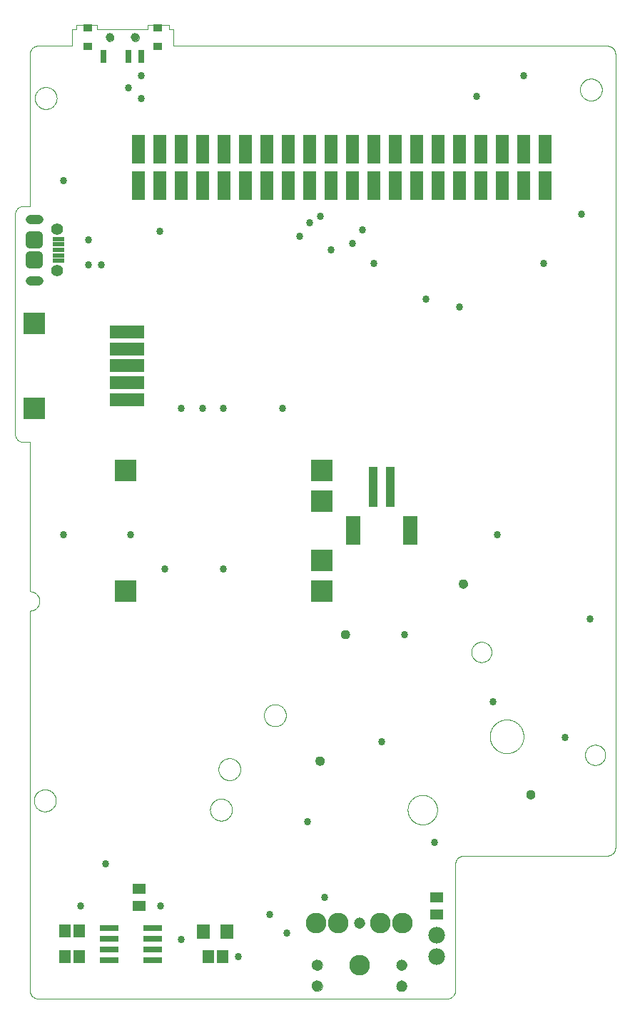
<source format=gbs>
G75*
%MOIN*%
%OFA0B0*%
%FSLAX25Y25*%
%IPPOS*%
%LPD*%
%AMOC8*
5,1,8,0,0,1.08239X$1,22.5*
%
%ADD10C,0.00000*%
%ADD11C,0.00039*%
%ADD12R,0.06400X0.13400*%
%ADD13R,0.10400X0.10400*%
%ADD14C,0.04337*%
%ADD15R,0.04337X0.03550*%
%ADD16R,0.03156X0.06306*%
%ADD17C,0.03943*%
%ADD18R,0.09061X0.02762*%
%ADD19R,0.05518X0.06306*%
%ADD20R,0.16148X0.05912*%
%ADD21R,0.09849X0.09849*%
%ADD22C,0.07800*%
%ADD23R,0.04337X0.18510*%
%ADD24R,0.06699X0.13786*%
%ADD25C,0.03940*%
%ADD26R,0.05715X0.01975*%
%ADD27C,0.04400*%
%ADD28C,0.05550*%
%ADD29R,0.05912X0.06699*%
%ADD30R,0.05912X0.04731*%
%ADD31C,0.05124*%
%ADD32C,0.09600*%
%ADD33C,0.03378*%
D10*
X0029320Y0023079D02*
X0029320Y0200244D01*
X0029453Y0200246D01*
X0029586Y0200252D01*
X0029718Y0200262D01*
X0029851Y0200275D01*
X0029982Y0200293D01*
X0030114Y0200314D01*
X0030244Y0200339D01*
X0030374Y0200368D01*
X0030503Y0200401D01*
X0030630Y0200438D01*
X0030757Y0200478D01*
X0030883Y0200522D01*
X0031007Y0200570D01*
X0031129Y0200621D01*
X0031250Y0200676D01*
X0031370Y0200735D01*
X0031487Y0200796D01*
X0031603Y0200862D01*
X0031717Y0200930D01*
X0031829Y0201002D01*
X0031938Y0201078D01*
X0032046Y0201156D01*
X0032151Y0201238D01*
X0032253Y0201322D01*
X0032353Y0201410D01*
X0032451Y0201500D01*
X0032545Y0201594D01*
X0032637Y0201690D01*
X0032726Y0201789D01*
X0032812Y0201890D01*
X0032895Y0201994D01*
X0032975Y0202100D01*
X0033052Y0202208D01*
X0033126Y0202319D01*
X0033196Y0202432D01*
X0033263Y0202546D01*
X0033327Y0202663D01*
X0033387Y0202782D01*
X0033444Y0202902D01*
X0033497Y0203024D01*
X0033546Y0203147D01*
X0033592Y0203272D01*
X0033635Y0203398D01*
X0033673Y0203525D01*
X0033708Y0203654D01*
X0033739Y0203783D01*
X0033766Y0203913D01*
X0033789Y0204044D01*
X0033809Y0204175D01*
X0033824Y0204308D01*
X0033836Y0204440D01*
X0033844Y0204573D01*
X0033848Y0204706D01*
X0033848Y0204838D01*
X0033844Y0204971D01*
X0033836Y0205104D01*
X0033824Y0205236D01*
X0033809Y0205369D01*
X0033789Y0205500D01*
X0033766Y0205631D01*
X0033739Y0205761D01*
X0033708Y0205890D01*
X0033673Y0206019D01*
X0033635Y0206146D01*
X0033592Y0206272D01*
X0033546Y0206397D01*
X0033497Y0206520D01*
X0033444Y0206642D01*
X0033387Y0206762D01*
X0033327Y0206881D01*
X0033263Y0206998D01*
X0033196Y0207112D01*
X0033126Y0207225D01*
X0033052Y0207336D01*
X0032975Y0207444D01*
X0032895Y0207550D01*
X0032812Y0207654D01*
X0032726Y0207755D01*
X0032637Y0207854D01*
X0032545Y0207950D01*
X0032451Y0208044D01*
X0032353Y0208134D01*
X0032253Y0208222D01*
X0032151Y0208306D01*
X0032046Y0208388D01*
X0031938Y0208466D01*
X0031829Y0208542D01*
X0031717Y0208614D01*
X0031603Y0208682D01*
X0031487Y0208748D01*
X0031370Y0208809D01*
X0031250Y0208868D01*
X0031129Y0208923D01*
X0031007Y0208974D01*
X0030883Y0209022D01*
X0030757Y0209066D01*
X0030630Y0209106D01*
X0030503Y0209143D01*
X0030374Y0209176D01*
X0030244Y0209205D01*
X0030114Y0209230D01*
X0029982Y0209251D01*
X0029851Y0209269D01*
X0029718Y0209282D01*
X0029586Y0209292D01*
X0029453Y0209298D01*
X0029320Y0209300D01*
X0029320Y0209299D02*
X0029320Y0278984D01*
X0026367Y0278984D01*
X0026243Y0278986D01*
X0026120Y0278992D01*
X0025996Y0279001D01*
X0025874Y0279015D01*
X0025751Y0279032D01*
X0025629Y0279054D01*
X0025508Y0279079D01*
X0025388Y0279108D01*
X0025269Y0279140D01*
X0025150Y0279177D01*
X0025033Y0279217D01*
X0024918Y0279260D01*
X0024803Y0279308D01*
X0024691Y0279359D01*
X0024580Y0279413D01*
X0024470Y0279471D01*
X0024363Y0279532D01*
X0024257Y0279597D01*
X0024154Y0279665D01*
X0024053Y0279736D01*
X0023954Y0279810D01*
X0023857Y0279887D01*
X0023763Y0279968D01*
X0023672Y0280051D01*
X0023583Y0280137D01*
X0023497Y0280226D01*
X0023414Y0280317D01*
X0023333Y0280411D01*
X0023256Y0280508D01*
X0023182Y0280607D01*
X0023111Y0280708D01*
X0023043Y0280811D01*
X0022978Y0280917D01*
X0022917Y0281024D01*
X0022859Y0281134D01*
X0022805Y0281245D01*
X0022754Y0281357D01*
X0022706Y0281472D01*
X0022663Y0281587D01*
X0022623Y0281704D01*
X0022586Y0281823D01*
X0022554Y0281942D01*
X0022525Y0282062D01*
X0022500Y0282183D01*
X0022478Y0282305D01*
X0022461Y0282428D01*
X0022447Y0282550D01*
X0022438Y0282674D01*
X0022432Y0282797D01*
X0022430Y0282921D01*
X0022430Y0385283D01*
X0022432Y0385407D01*
X0022438Y0385530D01*
X0022447Y0385654D01*
X0022461Y0385776D01*
X0022478Y0385899D01*
X0022500Y0386021D01*
X0022525Y0386142D01*
X0022554Y0386262D01*
X0022586Y0386381D01*
X0022623Y0386500D01*
X0022663Y0386617D01*
X0022706Y0386732D01*
X0022754Y0386847D01*
X0022805Y0386959D01*
X0022859Y0387070D01*
X0022917Y0387180D01*
X0022978Y0387287D01*
X0023043Y0387393D01*
X0023111Y0387496D01*
X0023182Y0387597D01*
X0023256Y0387696D01*
X0023333Y0387793D01*
X0023414Y0387887D01*
X0023497Y0387978D01*
X0023583Y0388067D01*
X0023672Y0388153D01*
X0023763Y0388236D01*
X0023857Y0388317D01*
X0023954Y0388394D01*
X0024053Y0388468D01*
X0024154Y0388539D01*
X0024257Y0388607D01*
X0024363Y0388672D01*
X0024470Y0388733D01*
X0024580Y0388791D01*
X0024691Y0388845D01*
X0024803Y0388896D01*
X0024918Y0388944D01*
X0025033Y0388987D01*
X0025150Y0389027D01*
X0025269Y0389064D01*
X0025388Y0389096D01*
X0025508Y0389125D01*
X0025629Y0389150D01*
X0025751Y0389172D01*
X0025874Y0389189D01*
X0025996Y0389203D01*
X0026120Y0389212D01*
X0026243Y0389218D01*
X0026367Y0389220D01*
X0029320Y0389220D01*
X0029320Y0460087D01*
X0029322Y0460211D01*
X0029328Y0460334D01*
X0029337Y0460458D01*
X0029351Y0460580D01*
X0029368Y0460703D01*
X0029390Y0460825D01*
X0029415Y0460946D01*
X0029444Y0461066D01*
X0029476Y0461185D01*
X0029513Y0461304D01*
X0029553Y0461421D01*
X0029596Y0461536D01*
X0029644Y0461651D01*
X0029695Y0461763D01*
X0029749Y0461874D01*
X0029807Y0461984D01*
X0029868Y0462091D01*
X0029933Y0462197D01*
X0030001Y0462300D01*
X0030072Y0462401D01*
X0030146Y0462500D01*
X0030223Y0462597D01*
X0030304Y0462691D01*
X0030387Y0462782D01*
X0030473Y0462871D01*
X0030562Y0462957D01*
X0030653Y0463040D01*
X0030747Y0463121D01*
X0030844Y0463198D01*
X0030943Y0463272D01*
X0031044Y0463343D01*
X0031147Y0463411D01*
X0031253Y0463476D01*
X0031360Y0463537D01*
X0031470Y0463595D01*
X0031581Y0463649D01*
X0031693Y0463700D01*
X0031808Y0463748D01*
X0031923Y0463791D01*
X0032040Y0463831D01*
X0032159Y0463868D01*
X0032278Y0463900D01*
X0032398Y0463929D01*
X0032519Y0463954D01*
X0032641Y0463976D01*
X0032764Y0463993D01*
X0032886Y0464007D01*
X0033010Y0464016D01*
X0033133Y0464022D01*
X0033257Y0464024D01*
X0049005Y0464024D01*
X0049005Y0471898D01*
X0050974Y0471898D01*
X0050974Y0473866D01*
X0060816Y0473866D01*
X0060816Y0471898D01*
X0084438Y0471898D01*
X0084438Y0473866D01*
X0094281Y0473866D01*
X0094281Y0471898D01*
X0096249Y0471898D01*
X0096249Y0464024D01*
X0299005Y0464024D01*
X0299129Y0464022D01*
X0299252Y0464016D01*
X0299376Y0464007D01*
X0299498Y0463993D01*
X0299621Y0463976D01*
X0299743Y0463954D01*
X0299864Y0463929D01*
X0299984Y0463900D01*
X0300103Y0463868D01*
X0300222Y0463831D01*
X0300339Y0463791D01*
X0300454Y0463748D01*
X0300569Y0463700D01*
X0300681Y0463649D01*
X0300792Y0463595D01*
X0300902Y0463537D01*
X0301009Y0463476D01*
X0301115Y0463411D01*
X0301218Y0463343D01*
X0301319Y0463272D01*
X0301418Y0463198D01*
X0301515Y0463121D01*
X0301609Y0463040D01*
X0301700Y0462957D01*
X0301789Y0462871D01*
X0301875Y0462782D01*
X0301958Y0462691D01*
X0302039Y0462597D01*
X0302116Y0462500D01*
X0302190Y0462401D01*
X0302261Y0462300D01*
X0302329Y0462197D01*
X0302394Y0462091D01*
X0302455Y0461984D01*
X0302513Y0461874D01*
X0302567Y0461763D01*
X0302618Y0461651D01*
X0302666Y0461536D01*
X0302709Y0461421D01*
X0302749Y0461304D01*
X0302786Y0461185D01*
X0302818Y0461066D01*
X0302847Y0460946D01*
X0302872Y0460825D01*
X0302894Y0460703D01*
X0302911Y0460580D01*
X0302925Y0460458D01*
X0302934Y0460334D01*
X0302940Y0460211D01*
X0302942Y0460087D01*
X0302942Y0089811D01*
X0302940Y0089687D01*
X0302934Y0089564D01*
X0302925Y0089440D01*
X0302911Y0089318D01*
X0302894Y0089195D01*
X0302872Y0089073D01*
X0302847Y0088952D01*
X0302818Y0088832D01*
X0302786Y0088713D01*
X0302749Y0088594D01*
X0302709Y0088477D01*
X0302666Y0088362D01*
X0302618Y0088247D01*
X0302567Y0088135D01*
X0302513Y0088024D01*
X0302455Y0087914D01*
X0302394Y0087807D01*
X0302329Y0087701D01*
X0302261Y0087598D01*
X0302190Y0087497D01*
X0302116Y0087398D01*
X0302039Y0087301D01*
X0301958Y0087207D01*
X0301875Y0087116D01*
X0301789Y0087027D01*
X0301700Y0086941D01*
X0301609Y0086858D01*
X0301515Y0086777D01*
X0301418Y0086700D01*
X0301319Y0086626D01*
X0301218Y0086555D01*
X0301115Y0086487D01*
X0301009Y0086422D01*
X0300902Y0086361D01*
X0300792Y0086303D01*
X0300681Y0086249D01*
X0300569Y0086198D01*
X0300454Y0086150D01*
X0300339Y0086107D01*
X0300222Y0086067D01*
X0300103Y0086030D01*
X0299984Y0085998D01*
X0299864Y0085969D01*
X0299743Y0085944D01*
X0299621Y0085922D01*
X0299498Y0085905D01*
X0299376Y0085891D01*
X0299252Y0085882D01*
X0299129Y0085876D01*
X0299005Y0085874D01*
X0232076Y0085874D01*
X0231952Y0085872D01*
X0231829Y0085866D01*
X0231705Y0085857D01*
X0231583Y0085843D01*
X0231460Y0085826D01*
X0231338Y0085804D01*
X0231217Y0085779D01*
X0231097Y0085750D01*
X0230978Y0085718D01*
X0230859Y0085681D01*
X0230742Y0085641D01*
X0230627Y0085598D01*
X0230512Y0085550D01*
X0230400Y0085499D01*
X0230289Y0085445D01*
X0230179Y0085387D01*
X0230072Y0085326D01*
X0229966Y0085261D01*
X0229863Y0085193D01*
X0229762Y0085122D01*
X0229663Y0085048D01*
X0229566Y0084971D01*
X0229472Y0084890D01*
X0229381Y0084807D01*
X0229292Y0084721D01*
X0229206Y0084632D01*
X0229123Y0084541D01*
X0229042Y0084447D01*
X0228965Y0084350D01*
X0228891Y0084251D01*
X0228820Y0084150D01*
X0228752Y0084047D01*
X0228687Y0083941D01*
X0228626Y0083834D01*
X0228568Y0083724D01*
X0228514Y0083613D01*
X0228463Y0083501D01*
X0228415Y0083386D01*
X0228372Y0083271D01*
X0228332Y0083154D01*
X0228295Y0083035D01*
X0228263Y0082916D01*
X0228234Y0082796D01*
X0228209Y0082675D01*
X0228187Y0082553D01*
X0228170Y0082430D01*
X0228156Y0082308D01*
X0228147Y0082184D01*
X0228141Y0082061D01*
X0228139Y0081937D01*
X0228139Y0023079D01*
X0228137Y0022955D01*
X0228131Y0022832D01*
X0228122Y0022708D01*
X0228108Y0022586D01*
X0228091Y0022463D01*
X0228069Y0022341D01*
X0228044Y0022220D01*
X0228015Y0022100D01*
X0227983Y0021981D01*
X0227946Y0021862D01*
X0227906Y0021745D01*
X0227863Y0021630D01*
X0227815Y0021515D01*
X0227764Y0021403D01*
X0227710Y0021292D01*
X0227652Y0021182D01*
X0227591Y0021075D01*
X0227526Y0020969D01*
X0227458Y0020866D01*
X0227387Y0020765D01*
X0227313Y0020666D01*
X0227236Y0020569D01*
X0227155Y0020475D01*
X0227072Y0020384D01*
X0226986Y0020295D01*
X0226897Y0020209D01*
X0226806Y0020126D01*
X0226712Y0020045D01*
X0226615Y0019968D01*
X0226516Y0019894D01*
X0226415Y0019823D01*
X0226312Y0019755D01*
X0226206Y0019690D01*
X0226099Y0019629D01*
X0225989Y0019571D01*
X0225878Y0019517D01*
X0225766Y0019466D01*
X0225651Y0019418D01*
X0225536Y0019375D01*
X0225419Y0019335D01*
X0225300Y0019298D01*
X0225181Y0019266D01*
X0225061Y0019237D01*
X0224940Y0019212D01*
X0224818Y0019190D01*
X0224695Y0019173D01*
X0224573Y0019159D01*
X0224449Y0019150D01*
X0224326Y0019144D01*
X0224202Y0019142D01*
X0033257Y0019142D01*
X0033133Y0019144D01*
X0033010Y0019150D01*
X0032886Y0019159D01*
X0032764Y0019173D01*
X0032641Y0019190D01*
X0032519Y0019212D01*
X0032398Y0019237D01*
X0032278Y0019266D01*
X0032159Y0019298D01*
X0032040Y0019335D01*
X0031923Y0019375D01*
X0031808Y0019418D01*
X0031693Y0019466D01*
X0031581Y0019517D01*
X0031470Y0019571D01*
X0031360Y0019629D01*
X0031253Y0019690D01*
X0031147Y0019755D01*
X0031044Y0019823D01*
X0030943Y0019894D01*
X0030844Y0019968D01*
X0030747Y0020045D01*
X0030653Y0020126D01*
X0030562Y0020209D01*
X0030473Y0020295D01*
X0030387Y0020384D01*
X0030304Y0020475D01*
X0030223Y0020569D01*
X0030146Y0020666D01*
X0030072Y0020765D01*
X0030001Y0020866D01*
X0029933Y0020969D01*
X0029868Y0021075D01*
X0029807Y0021182D01*
X0029749Y0021292D01*
X0029695Y0021403D01*
X0029644Y0021515D01*
X0029596Y0021630D01*
X0029553Y0021745D01*
X0029513Y0021862D01*
X0029476Y0021981D01*
X0029444Y0022100D01*
X0029415Y0022220D01*
X0029390Y0022341D01*
X0029368Y0022463D01*
X0029351Y0022586D01*
X0029337Y0022708D01*
X0029328Y0022832D01*
X0029322Y0022955D01*
X0029320Y0023079D01*
X0161210Y0025047D02*
X0161212Y0025144D01*
X0161218Y0025241D01*
X0161228Y0025337D01*
X0161242Y0025433D01*
X0161260Y0025529D01*
X0161281Y0025623D01*
X0161307Y0025717D01*
X0161336Y0025809D01*
X0161370Y0025900D01*
X0161406Y0025990D01*
X0161447Y0026078D01*
X0161491Y0026164D01*
X0161539Y0026249D01*
X0161590Y0026331D01*
X0161644Y0026412D01*
X0161702Y0026490D01*
X0161763Y0026565D01*
X0161826Y0026638D01*
X0161893Y0026709D01*
X0161963Y0026776D01*
X0162035Y0026841D01*
X0162110Y0026902D01*
X0162188Y0026961D01*
X0162267Y0027016D01*
X0162349Y0027068D01*
X0162433Y0027116D01*
X0162519Y0027161D01*
X0162607Y0027203D01*
X0162696Y0027241D01*
X0162787Y0027275D01*
X0162879Y0027305D01*
X0162972Y0027332D01*
X0163067Y0027354D01*
X0163162Y0027373D01*
X0163258Y0027388D01*
X0163354Y0027399D01*
X0163451Y0027406D01*
X0163548Y0027409D01*
X0163645Y0027408D01*
X0163742Y0027403D01*
X0163838Y0027394D01*
X0163934Y0027381D01*
X0164030Y0027364D01*
X0164125Y0027343D01*
X0164218Y0027319D01*
X0164311Y0027290D01*
X0164403Y0027258D01*
X0164493Y0027222D01*
X0164581Y0027183D01*
X0164668Y0027139D01*
X0164753Y0027093D01*
X0164836Y0027042D01*
X0164917Y0026989D01*
X0164995Y0026932D01*
X0165072Y0026872D01*
X0165145Y0026809D01*
X0165216Y0026743D01*
X0165284Y0026674D01*
X0165350Y0026602D01*
X0165412Y0026528D01*
X0165471Y0026451D01*
X0165527Y0026372D01*
X0165580Y0026290D01*
X0165630Y0026207D01*
X0165675Y0026121D01*
X0165718Y0026034D01*
X0165757Y0025945D01*
X0165792Y0025855D01*
X0165823Y0025763D01*
X0165850Y0025670D01*
X0165874Y0025576D01*
X0165894Y0025481D01*
X0165910Y0025385D01*
X0165922Y0025289D01*
X0165930Y0025192D01*
X0165934Y0025095D01*
X0165934Y0024999D01*
X0165930Y0024902D01*
X0165922Y0024805D01*
X0165910Y0024709D01*
X0165894Y0024613D01*
X0165874Y0024518D01*
X0165850Y0024424D01*
X0165823Y0024331D01*
X0165792Y0024239D01*
X0165757Y0024149D01*
X0165718Y0024060D01*
X0165675Y0023973D01*
X0165630Y0023887D01*
X0165580Y0023804D01*
X0165527Y0023722D01*
X0165471Y0023643D01*
X0165412Y0023566D01*
X0165350Y0023492D01*
X0165284Y0023420D01*
X0165216Y0023351D01*
X0165145Y0023285D01*
X0165072Y0023222D01*
X0164995Y0023162D01*
X0164917Y0023105D01*
X0164836Y0023052D01*
X0164753Y0023001D01*
X0164668Y0022955D01*
X0164581Y0022911D01*
X0164493Y0022872D01*
X0164403Y0022836D01*
X0164311Y0022804D01*
X0164218Y0022775D01*
X0164125Y0022751D01*
X0164030Y0022730D01*
X0163934Y0022713D01*
X0163838Y0022700D01*
X0163742Y0022691D01*
X0163645Y0022686D01*
X0163548Y0022685D01*
X0163451Y0022688D01*
X0163354Y0022695D01*
X0163258Y0022706D01*
X0163162Y0022721D01*
X0163067Y0022740D01*
X0162972Y0022762D01*
X0162879Y0022789D01*
X0162787Y0022819D01*
X0162696Y0022853D01*
X0162607Y0022891D01*
X0162519Y0022933D01*
X0162433Y0022978D01*
X0162349Y0023026D01*
X0162267Y0023078D01*
X0162188Y0023133D01*
X0162110Y0023192D01*
X0162035Y0023253D01*
X0161963Y0023318D01*
X0161893Y0023385D01*
X0161826Y0023456D01*
X0161763Y0023529D01*
X0161702Y0023604D01*
X0161644Y0023682D01*
X0161590Y0023763D01*
X0161539Y0023845D01*
X0161491Y0023930D01*
X0161447Y0024016D01*
X0161406Y0024104D01*
X0161370Y0024194D01*
X0161336Y0024285D01*
X0161307Y0024377D01*
X0161281Y0024471D01*
X0161260Y0024565D01*
X0161242Y0024661D01*
X0161228Y0024757D01*
X0161218Y0024853D01*
X0161212Y0024950D01*
X0161210Y0025047D01*
X0161210Y0034890D02*
X0161212Y0034987D01*
X0161218Y0035084D01*
X0161228Y0035180D01*
X0161242Y0035276D01*
X0161260Y0035372D01*
X0161281Y0035466D01*
X0161307Y0035560D01*
X0161336Y0035652D01*
X0161370Y0035743D01*
X0161406Y0035833D01*
X0161447Y0035921D01*
X0161491Y0036007D01*
X0161539Y0036092D01*
X0161590Y0036174D01*
X0161644Y0036255D01*
X0161702Y0036333D01*
X0161763Y0036408D01*
X0161826Y0036481D01*
X0161893Y0036552D01*
X0161963Y0036619D01*
X0162035Y0036684D01*
X0162110Y0036745D01*
X0162188Y0036804D01*
X0162267Y0036859D01*
X0162349Y0036911D01*
X0162433Y0036959D01*
X0162519Y0037004D01*
X0162607Y0037046D01*
X0162696Y0037084D01*
X0162787Y0037118D01*
X0162879Y0037148D01*
X0162972Y0037175D01*
X0163067Y0037197D01*
X0163162Y0037216D01*
X0163258Y0037231D01*
X0163354Y0037242D01*
X0163451Y0037249D01*
X0163548Y0037252D01*
X0163645Y0037251D01*
X0163742Y0037246D01*
X0163838Y0037237D01*
X0163934Y0037224D01*
X0164030Y0037207D01*
X0164125Y0037186D01*
X0164218Y0037162D01*
X0164311Y0037133D01*
X0164403Y0037101D01*
X0164493Y0037065D01*
X0164581Y0037026D01*
X0164668Y0036982D01*
X0164753Y0036936D01*
X0164836Y0036885D01*
X0164917Y0036832D01*
X0164995Y0036775D01*
X0165072Y0036715D01*
X0165145Y0036652D01*
X0165216Y0036586D01*
X0165284Y0036517D01*
X0165350Y0036445D01*
X0165412Y0036371D01*
X0165471Y0036294D01*
X0165527Y0036215D01*
X0165580Y0036133D01*
X0165630Y0036050D01*
X0165675Y0035964D01*
X0165718Y0035877D01*
X0165757Y0035788D01*
X0165792Y0035698D01*
X0165823Y0035606D01*
X0165850Y0035513D01*
X0165874Y0035419D01*
X0165894Y0035324D01*
X0165910Y0035228D01*
X0165922Y0035132D01*
X0165930Y0035035D01*
X0165934Y0034938D01*
X0165934Y0034842D01*
X0165930Y0034745D01*
X0165922Y0034648D01*
X0165910Y0034552D01*
X0165894Y0034456D01*
X0165874Y0034361D01*
X0165850Y0034267D01*
X0165823Y0034174D01*
X0165792Y0034082D01*
X0165757Y0033992D01*
X0165718Y0033903D01*
X0165675Y0033816D01*
X0165630Y0033730D01*
X0165580Y0033647D01*
X0165527Y0033565D01*
X0165471Y0033486D01*
X0165412Y0033409D01*
X0165350Y0033335D01*
X0165284Y0033263D01*
X0165216Y0033194D01*
X0165145Y0033128D01*
X0165072Y0033065D01*
X0164995Y0033005D01*
X0164917Y0032948D01*
X0164836Y0032895D01*
X0164753Y0032844D01*
X0164668Y0032798D01*
X0164581Y0032754D01*
X0164493Y0032715D01*
X0164403Y0032679D01*
X0164311Y0032647D01*
X0164218Y0032618D01*
X0164125Y0032594D01*
X0164030Y0032573D01*
X0163934Y0032556D01*
X0163838Y0032543D01*
X0163742Y0032534D01*
X0163645Y0032529D01*
X0163548Y0032528D01*
X0163451Y0032531D01*
X0163354Y0032538D01*
X0163258Y0032549D01*
X0163162Y0032564D01*
X0163067Y0032583D01*
X0162972Y0032605D01*
X0162879Y0032632D01*
X0162787Y0032662D01*
X0162696Y0032696D01*
X0162607Y0032734D01*
X0162519Y0032776D01*
X0162433Y0032821D01*
X0162349Y0032869D01*
X0162267Y0032921D01*
X0162188Y0032976D01*
X0162110Y0033035D01*
X0162035Y0033096D01*
X0161963Y0033161D01*
X0161893Y0033228D01*
X0161826Y0033299D01*
X0161763Y0033372D01*
X0161702Y0033447D01*
X0161644Y0033525D01*
X0161590Y0033606D01*
X0161539Y0033688D01*
X0161491Y0033773D01*
X0161447Y0033859D01*
X0161406Y0033947D01*
X0161370Y0034037D01*
X0161336Y0034128D01*
X0161307Y0034220D01*
X0161281Y0034314D01*
X0161260Y0034408D01*
X0161242Y0034504D01*
X0161228Y0034600D01*
X0161218Y0034696D01*
X0161212Y0034793D01*
X0161210Y0034890D01*
X0180895Y0054575D02*
X0180897Y0054672D01*
X0180903Y0054769D01*
X0180913Y0054865D01*
X0180927Y0054961D01*
X0180945Y0055057D01*
X0180966Y0055151D01*
X0180992Y0055245D01*
X0181021Y0055337D01*
X0181055Y0055428D01*
X0181091Y0055518D01*
X0181132Y0055606D01*
X0181176Y0055692D01*
X0181224Y0055777D01*
X0181275Y0055859D01*
X0181329Y0055940D01*
X0181387Y0056018D01*
X0181448Y0056093D01*
X0181511Y0056166D01*
X0181578Y0056237D01*
X0181648Y0056304D01*
X0181720Y0056369D01*
X0181795Y0056430D01*
X0181873Y0056489D01*
X0181952Y0056544D01*
X0182034Y0056596D01*
X0182118Y0056644D01*
X0182204Y0056689D01*
X0182292Y0056731D01*
X0182381Y0056769D01*
X0182472Y0056803D01*
X0182564Y0056833D01*
X0182657Y0056860D01*
X0182752Y0056882D01*
X0182847Y0056901D01*
X0182943Y0056916D01*
X0183039Y0056927D01*
X0183136Y0056934D01*
X0183233Y0056937D01*
X0183330Y0056936D01*
X0183427Y0056931D01*
X0183523Y0056922D01*
X0183619Y0056909D01*
X0183715Y0056892D01*
X0183810Y0056871D01*
X0183903Y0056847D01*
X0183996Y0056818D01*
X0184088Y0056786D01*
X0184178Y0056750D01*
X0184266Y0056711D01*
X0184353Y0056667D01*
X0184438Y0056621D01*
X0184521Y0056570D01*
X0184602Y0056517D01*
X0184680Y0056460D01*
X0184757Y0056400D01*
X0184830Y0056337D01*
X0184901Y0056271D01*
X0184969Y0056202D01*
X0185035Y0056130D01*
X0185097Y0056056D01*
X0185156Y0055979D01*
X0185212Y0055900D01*
X0185265Y0055818D01*
X0185315Y0055735D01*
X0185360Y0055649D01*
X0185403Y0055562D01*
X0185442Y0055473D01*
X0185477Y0055383D01*
X0185508Y0055291D01*
X0185535Y0055198D01*
X0185559Y0055104D01*
X0185579Y0055009D01*
X0185595Y0054913D01*
X0185607Y0054817D01*
X0185615Y0054720D01*
X0185619Y0054623D01*
X0185619Y0054527D01*
X0185615Y0054430D01*
X0185607Y0054333D01*
X0185595Y0054237D01*
X0185579Y0054141D01*
X0185559Y0054046D01*
X0185535Y0053952D01*
X0185508Y0053859D01*
X0185477Y0053767D01*
X0185442Y0053677D01*
X0185403Y0053588D01*
X0185360Y0053501D01*
X0185315Y0053415D01*
X0185265Y0053332D01*
X0185212Y0053250D01*
X0185156Y0053171D01*
X0185097Y0053094D01*
X0185035Y0053020D01*
X0184969Y0052948D01*
X0184901Y0052879D01*
X0184830Y0052813D01*
X0184757Y0052750D01*
X0184680Y0052690D01*
X0184602Y0052633D01*
X0184521Y0052580D01*
X0184438Y0052529D01*
X0184353Y0052483D01*
X0184266Y0052439D01*
X0184178Y0052400D01*
X0184088Y0052364D01*
X0183996Y0052332D01*
X0183903Y0052303D01*
X0183810Y0052279D01*
X0183715Y0052258D01*
X0183619Y0052241D01*
X0183523Y0052228D01*
X0183427Y0052219D01*
X0183330Y0052214D01*
X0183233Y0052213D01*
X0183136Y0052216D01*
X0183039Y0052223D01*
X0182943Y0052234D01*
X0182847Y0052249D01*
X0182752Y0052268D01*
X0182657Y0052290D01*
X0182564Y0052317D01*
X0182472Y0052347D01*
X0182381Y0052381D01*
X0182292Y0052419D01*
X0182204Y0052461D01*
X0182118Y0052506D01*
X0182034Y0052554D01*
X0181952Y0052606D01*
X0181873Y0052661D01*
X0181795Y0052720D01*
X0181720Y0052781D01*
X0181648Y0052846D01*
X0181578Y0052913D01*
X0181511Y0052984D01*
X0181448Y0053057D01*
X0181387Y0053132D01*
X0181329Y0053210D01*
X0181275Y0053291D01*
X0181224Y0053373D01*
X0181176Y0053458D01*
X0181132Y0053544D01*
X0181091Y0053632D01*
X0181055Y0053722D01*
X0181021Y0053813D01*
X0180992Y0053905D01*
X0180966Y0053999D01*
X0180945Y0054093D01*
X0180927Y0054189D01*
X0180913Y0054285D01*
X0180903Y0054381D01*
X0180897Y0054478D01*
X0180895Y0054575D01*
X0200580Y0034890D02*
X0200582Y0034987D01*
X0200588Y0035084D01*
X0200598Y0035180D01*
X0200612Y0035276D01*
X0200630Y0035372D01*
X0200651Y0035466D01*
X0200677Y0035560D01*
X0200706Y0035652D01*
X0200740Y0035743D01*
X0200776Y0035833D01*
X0200817Y0035921D01*
X0200861Y0036007D01*
X0200909Y0036092D01*
X0200960Y0036174D01*
X0201014Y0036255D01*
X0201072Y0036333D01*
X0201133Y0036408D01*
X0201196Y0036481D01*
X0201263Y0036552D01*
X0201333Y0036619D01*
X0201405Y0036684D01*
X0201480Y0036745D01*
X0201558Y0036804D01*
X0201637Y0036859D01*
X0201719Y0036911D01*
X0201803Y0036959D01*
X0201889Y0037004D01*
X0201977Y0037046D01*
X0202066Y0037084D01*
X0202157Y0037118D01*
X0202249Y0037148D01*
X0202342Y0037175D01*
X0202437Y0037197D01*
X0202532Y0037216D01*
X0202628Y0037231D01*
X0202724Y0037242D01*
X0202821Y0037249D01*
X0202918Y0037252D01*
X0203015Y0037251D01*
X0203112Y0037246D01*
X0203208Y0037237D01*
X0203304Y0037224D01*
X0203400Y0037207D01*
X0203495Y0037186D01*
X0203588Y0037162D01*
X0203681Y0037133D01*
X0203773Y0037101D01*
X0203863Y0037065D01*
X0203951Y0037026D01*
X0204038Y0036982D01*
X0204123Y0036936D01*
X0204206Y0036885D01*
X0204287Y0036832D01*
X0204365Y0036775D01*
X0204442Y0036715D01*
X0204515Y0036652D01*
X0204586Y0036586D01*
X0204654Y0036517D01*
X0204720Y0036445D01*
X0204782Y0036371D01*
X0204841Y0036294D01*
X0204897Y0036215D01*
X0204950Y0036133D01*
X0205000Y0036050D01*
X0205045Y0035964D01*
X0205088Y0035877D01*
X0205127Y0035788D01*
X0205162Y0035698D01*
X0205193Y0035606D01*
X0205220Y0035513D01*
X0205244Y0035419D01*
X0205264Y0035324D01*
X0205280Y0035228D01*
X0205292Y0035132D01*
X0205300Y0035035D01*
X0205304Y0034938D01*
X0205304Y0034842D01*
X0205300Y0034745D01*
X0205292Y0034648D01*
X0205280Y0034552D01*
X0205264Y0034456D01*
X0205244Y0034361D01*
X0205220Y0034267D01*
X0205193Y0034174D01*
X0205162Y0034082D01*
X0205127Y0033992D01*
X0205088Y0033903D01*
X0205045Y0033816D01*
X0205000Y0033730D01*
X0204950Y0033647D01*
X0204897Y0033565D01*
X0204841Y0033486D01*
X0204782Y0033409D01*
X0204720Y0033335D01*
X0204654Y0033263D01*
X0204586Y0033194D01*
X0204515Y0033128D01*
X0204442Y0033065D01*
X0204365Y0033005D01*
X0204287Y0032948D01*
X0204206Y0032895D01*
X0204123Y0032844D01*
X0204038Y0032798D01*
X0203951Y0032754D01*
X0203863Y0032715D01*
X0203773Y0032679D01*
X0203681Y0032647D01*
X0203588Y0032618D01*
X0203495Y0032594D01*
X0203400Y0032573D01*
X0203304Y0032556D01*
X0203208Y0032543D01*
X0203112Y0032534D01*
X0203015Y0032529D01*
X0202918Y0032528D01*
X0202821Y0032531D01*
X0202724Y0032538D01*
X0202628Y0032549D01*
X0202532Y0032564D01*
X0202437Y0032583D01*
X0202342Y0032605D01*
X0202249Y0032632D01*
X0202157Y0032662D01*
X0202066Y0032696D01*
X0201977Y0032734D01*
X0201889Y0032776D01*
X0201803Y0032821D01*
X0201719Y0032869D01*
X0201637Y0032921D01*
X0201558Y0032976D01*
X0201480Y0033035D01*
X0201405Y0033096D01*
X0201333Y0033161D01*
X0201263Y0033228D01*
X0201196Y0033299D01*
X0201133Y0033372D01*
X0201072Y0033447D01*
X0201014Y0033525D01*
X0200960Y0033606D01*
X0200909Y0033688D01*
X0200861Y0033773D01*
X0200817Y0033859D01*
X0200776Y0033947D01*
X0200740Y0034037D01*
X0200706Y0034128D01*
X0200677Y0034220D01*
X0200651Y0034314D01*
X0200630Y0034408D01*
X0200612Y0034504D01*
X0200598Y0034600D01*
X0200588Y0034696D01*
X0200582Y0034793D01*
X0200580Y0034890D01*
X0200580Y0025047D02*
X0200582Y0025144D01*
X0200588Y0025241D01*
X0200598Y0025337D01*
X0200612Y0025433D01*
X0200630Y0025529D01*
X0200651Y0025623D01*
X0200677Y0025717D01*
X0200706Y0025809D01*
X0200740Y0025900D01*
X0200776Y0025990D01*
X0200817Y0026078D01*
X0200861Y0026164D01*
X0200909Y0026249D01*
X0200960Y0026331D01*
X0201014Y0026412D01*
X0201072Y0026490D01*
X0201133Y0026565D01*
X0201196Y0026638D01*
X0201263Y0026709D01*
X0201333Y0026776D01*
X0201405Y0026841D01*
X0201480Y0026902D01*
X0201558Y0026961D01*
X0201637Y0027016D01*
X0201719Y0027068D01*
X0201803Y0027116D01*
X0201889Y0027161D01*
X0201977Y0027203D01*
X0202066Y0027241D01*
X0202157Y0027275D01*
X0202249Y0027305D01*
X0202342Y0027332D01*
X0202437Y0027354D01*
X0202532Y0027373D01*
X0202628Y0027388D01*
X0202724Y0027399D01*
X0202821Y0027406D01*
X0202918Y0027409D01*
X0203015Y0027408D01*
X0203112Y0027403D01*
X0203208Y0027394D01*
X0203304Y0027381D01*
X0203400Y0027364D01*
X0203495Y0027343D01*
X0203588Y0027319D01*
X0203681Y0027290D01*
X0203773Y0027258D01*
X0203863Y0027222D01*
X0203951Y0027183D01*
X0204038Y0027139D01*
X0204123Y0027093D01*
X0204206Y0027042D01*
X0204287Y0026989D01*
X0204365Y0026932D01*
X0204442Y0026872D01*
X0204515Y0026809D01*
X0204586Y0026743D01*
X0204654Y0026674D01*
X0204720Y0026602D01*
X0204782Y0026528D01*
X0204841Y0026451D01*
X0204897Y0026372D01*
X0204950Y0026290D01*
X0205000Y0026207D01*
X0205045Y0026121D01*
X0205088Y0026034D01*
X0205127Y0025945D01*
X0205162Y0025855D01*
X0205193Y0025763D01*
X0205220Y0025670D01*
X0205244Y0025576D01*
X0205264Y0025481D01*
X0205280Y0025385D01*
X0205292Y0025289D01*
X0205300Y0025192D01*
X0205304Y0025095D01*
X0205304Y0024999D01*
X0205300Y0024902D01*
X0205292Y0024805D01*
X0205280Y0024709D01*
X0205264Y0024613D01*
X0205244Y0024518D01*
X0205220Y0024424D01*
X0205193Y0024331D01*
X0205162Y0024239D01*
X0205127Y0024149D01*
X0205088Y0024060D01*
X0205045Y0023973D01*
X0205000Y0023887D01*
X0204950Y0023804D01*
X0204897Y0023722D01*
X0204841Y0023643D01*
X0204782Y0023566D01*
X0204720Y0023492D01*
X0204654Y0023420D01*
X0204586Y0023351D01*
X0204515Y0023285D01*
X0204442Y0023222D01*
X0204365Y0023162D01*
X0204287Y0023105D01*
X0204206Y0023052D01*
X0204123Y0023001D01*
X0204038Y0022955D01*
X0203951Y0022911D01*
X0203863Y0022872D01*
X0203773Y0022836D01*
X0203681Y0022804D01*
X0203588Y0022775D01*
X0203495Y0022751D01*
X0203400Y0022730D01*
X0203304Y0022713D01*
X0203208Y0022700D01*
X0203112Y0022691D01*
X0203015Y0022686D01*
X0202918Y0022685D01*
X0202821Y0022688D01*
X0202724Y0022695D01*
X0202628Y0022706D01*
X0202532Y0022721D01*
X0202437Y0022740D01*
X0202342Y0022762D01*
X0202249Y0022789D01*
X0202157Y0022819D01*
X0202066Y0022853D01*
X0201977Y0022891D01*
X0201889Y0022933D01*
X0201803Y0022978D01*
X0201719Y0023026D01*
X0201637Y0023078D01*
X0201558Y0023133D01*
X0201480Y0023192D01*
X0201405Y0023253D01*
X0201333Y0023318D01*
X0201263Y0023385D01*
X0201196Y0023456D01*
X0201133Y0023529D01*
X0201072Y0023604D01*
X0201014Y0023682D01*
X0200960Y0023763D01*
X0200909Y0023845D01*
X0200861Y0023930D01*
X0200817Y0024016D01*
X0200776Y0024104D01*
X0200740Y0024194D01*
X0200706Y0024285D01*
X0200677Y0024377D01*
X0200651Y0024471D01*
X0200630Y0024565D01*
X0200612Y0024661D01*
X0200598Y0024757D01*
X0200588Y0024853D01*
X0200582Y0024950D01*
X0200580Y0025047D01*
X0261288Y0114457D02*
X0261290Y0114545D01*
X0261296Y0114633D01*
X0261306Y0114721D01*
X0261320Y0114809D01*
X0261337Y0114895D01*
X0261359Y0114981D01*
X0261384Y0115065D01*
X0261414Y0115149D01*
X0261446Y0115231D01*
X0261483Y0115311D01*
X0261523Y0115390D01*
X0261567Y0115467D01*
X0261614Y0115542D01*
X0261664Y0115614D01*
X0261718Y0115685D01*
X0261774Y0115752D01*
X0261834Y0115818D01*
X0261896Y0115880D01*
X0261962Y0115940D01*
X0262029Y0115996D01*
X0262100Y0116050D01*
X0262172Y0116100D01*
X0262247Y0116147D01*
X0262324Y0116191D01*
X0262403Y0116231D01*
X0262483Y0116268D01*
X0262565Y0116300D01*
X0262649Y0116330D01*
X0262733Y0116355D01*
X0262819Y0116377D01*
X0262905Y0116394D01*
X0262993Y0116408D01*
X0263081Y0116418D01*
X0263169Y0116424D01*
X0263257Y0116426D01*
X0263345Y0116424D01*
X0263433Y0116418D01*
X0263521Y0116408D01*
X0263609Y0116394D01*
X0263695Y0116377D01*
X0263781Y0116355D01*
X0263865Y0116330D01*
X0263949Y0116300D01*
X0264031Y0116268D01*
X0264111Y0116231D01*
X0264190Y0116191D01*
X0264267Y0116147D01*
X0264342Y0116100D01*
X0264414Y0116050D01*
X0264485Y0115996D01*
X0264552Y0115940D01*
X0264618Y0115880D01*
X0264680Y0115818D01*
X0264740Y0115752D01*
X0264796Y0115685D01*
X0264850Y0115614D01*
X0264900Y0115542D01*
X0264947Y0115467D01*
X0264991Y0115390D01*
X0265031Y0115311D01*
X0265068Y0115231D01*
X0265100Y0115149D01*
X0265130Y0115065D01*
X0265155Y0114981D01*
X0265177Y0114895D01*
X0265194Y0114809D01*
X0265208Y0114721D01*
X0265218Y0114633D01*
X0265224Y0114545D01*
X0265226Y0114457D01*
X0265224Y0114369D01*
X0265218Y0114281D01*
X0265208Y0114193D01*
X0265194Y0114105D01*
X0265177Y0114019D01*
X0265155Y0113933D01*
X0265130Y0113849D01*
X0265100Y0113765D01*
X0265068Y0113683D01*
X0265031Y0113603D01*
X0264991Y0113524D01*
X0264947Y0113447D01*
X0264900Y0113372D01*
X0264850Y0113300D01*
X0264796Y0113229D01*
X0264740Y0113162D01*
X0264680Y0113096D01*
X0264618Y0113034D01*
X0264552Y0112974D01*
X0264485Y0112918D01*
X0264414Y0112864D01*
X0264342Y0112814D01*
X0264267Y0112767D01*
X0264190Y0112723D01*
X0264111Y0112683D01*
X0264031Y0112646D01*
X0263949Y0112614D01*
X0263865Y0112584D01*
X0263781Y0112559D01*
X0263695Y0112537D01*
X0263609Y0112520D01*
X0263521Y0112506D01*
X0263433Y0112496D01*
X0263345Y0112490D01*
X0263257Y0112488D01*
X0263169Y0112490D01*
X0263081Y0112496D01*
X0262993Y0112506D01*
X0262905Y0112520D01*
X0262819Y0112537D01*
X0262733Y0112559D01*
X0262649Y0112584D01*
X0262565Y0112614D01*
X0262483Y0112646D01*
X0262403Y0112683D01*
X0262324Y0112723D01*
X0262247Y0112767D01*
X0262172Y0112814D01*
X0262100Y0112864D01*
X0262029Y0112918D01*
X0261962Y0112974D01*
X0261896Y0113034D01*
X0261834Y0113096D01*
X0261774Y0113162D01*
X0261718Y0113229D01*
X0261664Y0113300D01*
X0261614Y0113372D01*
X0261567Y0113447D01*
X0261523Y0113524D01*
X0261483Y0113603D01*
X0261446Y0113683D01*
X0261414Y0113765D01*
X0261384Y0113849D01*
X0261359Y0113933D01*
X0261337Y0114019D01*
X0261320Y0114105D01*
X0261306Y0114193D01*
X0261296Y0114281D01*
X0261290Y0114369D01*
X0261288Y0114457D01*
X0229792Y0212882D02*
X0229794Y0212970D01*
X0229800Y0213058D01*
X0229810Y0213146D01*
X0229824Y0213234D01*
X0229841Y0213320D01*
X0229863Y0213406D01*
X0229888Y0213490D01*
X0229918Y0213574D01*
X0229950Y0213656D01*
X0229987Y0213736D01*
X0230027Y0213815D01*
X0230071Y0213892D01*
X0230118Y0213967D01*
X0230168Y0214039D01*
X0230222Y0214110D01*
X0230278Y0214177D01*
X0230338Y0214243D01*
X0230400Y0214305D01*
X0230466Y0214365D01*
X0230533Y0214421D01*
X0230604Y0214475D01*
X0230676Y0214525D01*
X0230751Y0214572D01*
X0230828Y0214616D01*
X0230907Y0214656D01*
X0230987Y0214693D01*
X0231069Y0214725D01*
X0231153Y0214755D01*
X0231237Y0214780D01*
X0231323Y0214802D01*
X0231409Y0214819D01*
X0231497Y0214833D01*
X0231585Y0214843D01*
X0231673Y0214849D01*
X0231761Y0214851D01*
X0231849Y0214849D01*
X0231937Y0214843D01*
X0232025Y0214833D01*
X0232113Y0214819D01*
X0232199Y0214802D01*
X0232285Y0214780D01*
X0232369Y0214755D01*
X0232453Y0214725D01*
X0232535Y0214693D01*
X0232615Y0214656D01*
X0232694Y0214616D01*
X0232771Y0214572D01*
X0232846Y0214525D01*
X0232918Y0214475D01*
X0232989Y0214421D01*
X0233056Y0214365D01*
X0233122Y0214305D01*
X0233184Y0214243D01*
X0233244Y0214177D01*
X0233300Y0214110D01*
X0233354Y0214039D01*
X0233404Y0213967D01*
X0233451Y0213892D01*
X0233495Y0213815D01*
X0233535Y0213736D01*
X0233572Y0213656D01*
X0233604Y0213574D01*
X0233634Y0213490D01*
X0233659Y0213406D01*
X0233681Y0213320D01*
X0233698Y0213234D01*
X0233712Y0213146D01*
X0233722Y0213058D01*
X0233728Y0212970D01*
X0233730Y0212882D01*
X0233728Y0212794D01*
X0233722Y0212706D01*
X0233712Y0212618D01*
X0233698Y0212530D01*
X0233681Y0212444D01*
X0233659Y0212358D01*
X0233634Y0212274D01*
X0233604Y0212190D01*
X0233572Y0212108D01*
X0233535Y0212028D01*
X0233495Y0211949D01*
X0233451Y0211872D01*
X0233404Y0211797D01*
X0233354Y0211725D01*
X0233300Y0211654D01*
X0233244Y0211587D01*
X0233184Y0211521D01*
X0233122Y0211459D01*
X0233056Y0211399D01*
X0232989Y0211343D01*
X0232918Y0211289D01*
X0232846Y0211239D01*
X0232771Y0211192D01*
X0232694Y0211148D01*
X0232615Y0211108D01*
X0232535Y0211071D01*
X0232453Y0211039D01*
X0232369Y0211009D01*
X0232285Y0210984D01*
X0232199Y0210962D01*
X0232113Y0210945D01*
X0232025Y0210931D01*
X0231937Y0210921D01*
X0231849Y0210915D01*
X0231761Y0210913D01*
X0231673Y0210915D01*
X0231585Y0210921D01*
X0231497Y0210931D01*
X0231409Y0210945D01*
X0231323Y0210962D01*
X0231237Y0210984D01*
X0231153Y0211009D01*
X0231069Y0211039D01*
X0230987Y0211071D01*
X0230907Y0211108D01*
X0230828Y0211148D01*
X0230751Y0211192D01*
X0230676Y0211239D01*
X0230604Y0211289D01*
X0230533Y0211343D01*
X0230466Y0211399D01*
X0230400Y0211459D01*
X0230338Y0211521D01*
X0230278Y0211587D01*
X0230222Y0211654D01*
X0230168Y0211725D01*
X0230118Y0211797D01*
X0230071Y0211872D01*
X0230027Y0211949D01*
X0229987Y0212028D01*
X0229950Y0212108D01*
X0229918Y0212190D01*
X0229888Y0212274D01*
X0229863Y0212358D01*
X0229841Y0212444D01*
X0229824Y0212530D01*
X0229810Y0212618D01*
X0229800Y0212706D01*
X0229794Y0212794D01*
X0229792Y0212882D01*
X0174674Y0189260D02*
X0174676Y0189348D01*
X0174682Y0189436D01*
X0174692Y0189524D01*
X0174706Y0189612D01*
X0174723Y0189698D01*
X0174745Y0189784D01*
X0174770Y0189868D01*
X0174800Y0189952D01*
X0174832Y0190034D01*
X0174869Y0190114D01*
X0174909Y0190193D01*
X0174953Y0190270D01*
X0175000Y0190345D01*
X0175050Y0190417D01*
X0175104Y0190488D01*
X0175160Y0190555D01*
X0175220Y0190621D01*
X0175282Y0190683D01*
X0175348Y0190743D01*
X0175415Y0190799D01*
X0175486Y0190853D01*
X0175558Y0190903D01*
X0175633Y0190950D01*
X0175710Y0190994D01*
X0175789Y0191034D01*
X0175869Y0191071D01*
X0175951Y0191103D01*
X0176035Y0191133D01*
X0176119Y0191158D01*
X0176205Y0191180D01*
X0176291Y0191197D01*
X0176379Y0191211D01*
X0176467Y0191221D01*
X0176555Y0191227D01*
X0176643Y0191229D01*
X0176731Y0191227D01*
X0176819Y0191221D01*
X0176907Y0191211D01*
X0176995Y0191197D01*
X0177081Y0191180D01*
X0177167Y0191158D01*
X0177251Y0191133D01*
X0177335Y0191103D01*
X0177417Y0191071D01*
X0177497Y0191034D01*
X0177576Y0190994D01*
X0177653Y0190950D01*
X0177728Y0190903D01*
X0177800Y0190853D01*
X0177871Y0190799D01*
X0177938Y0190743D01*
X0178004Y0190683D01*
X0178066Y0190621D01*
X0178126Y0190555D01*
X0178182Y0190488D01*
X0178236Y0190417D01*
X0178286Y0190345D01*
X0178333Y0190270D01*
X0178377Y0190193D01*
X0178417Y0190114D01*
X0178454Y0190034D01*
X0178486Y0189952D01*
X0178516Y0189868D01*
X0178541Y0189784D01*
X0178563Y0189698D01*
X0178580Y0189612D01*
X0178594Y0189524D01*
X0178604Y0189436D01*
X0178610Y0189348D01*
X0178612Y0189260D01*
X0178610Y0189172D01*
X0178604Y0189084D01*
X0178594Y0188996D01*
X0178580Y0188908D01*
X0178563Y0188822D01*
X0178541Y0188736D01*
X0178516Y0188652D01*
X0178486Y0188568D01*
X0178454Y0188486D01*
X0178417Y0188406D01*
X0178377Y0188327D01*
X0178333Y0188250D01*
X0178286Y0188175D01*
X0178236Y0188103D01*
X0178182Y0188032D01*
X0178126Y0187965D01*
X0178066Y0187899D01*
X0178004Y0187837D01*
X0177938Y0187777D01*
X0177871Y0187721D01*
X0177800Y0187667D01*
X0177728Y0187617D01*
X0177653Y0187570D01*
X0177576Y0187526D01*
X0177497Y0187486D01*
X0177417Y0187449D01*
X0177335Y0187417D01*
X0177251Y0187387D01*
X0177167Y0187362D01*
X0177081Y0187340D01*
X0176995Y0187323D01*
X0176907Y0187309D01*
X0176819Y0187299D01*
X0176731Y0187293D01*
X0176643Y0187291D01*
X0176555Y0187293D01*
X0176467Y0187299D01*
X0176379Y0187309D01*
X0176291Y0187323D01*
X0176205Y0187340D01*
X0176119Y0187362D01*
X0176035Y0187387D01*
X0175951Y0187417D01*
X0175869Y0187449D01*
X0175789Y0187486D01*
X0175710Y0187526D01*
X0175633Y0187570D01*
X0175558Y0187617D01*
X0175486Y0187667D01*
X0175415Y0187721D01*
X0175348Y0187777D01*
X0175282Y0187837D01*
X0175220Y0187899D01*
X0175160Y0187965D01*
X0175104Y0188032D01*
X0175050Y0188103D01*
X0175000Y0188175D01*
X0174953Y0188250D01*
X0174909Y0188327D01*
X0174869Y0188406D01*
X0174832Y0188486D01*
X0174800Y0188568D01*
X0174770Y0188652D01*
X0174745Y0188736D01*
X0174723Y0188822D01*
X0174706Y0188908D01*
X0174692Y0188996D01*
X0174682Y0189084D01*
X0174676Y0189172D01*
X0174674Y0189260D01*
X0162863Y0130205D02*
X0162865Y0130293D01*
X0162871Y0130381D01*
X0162881Y0130469D01*
X0162895Y0130557D01*
X0162912Y0130643D01*
X0162934Y0130729D01*
X0162959Y0130813D01*
X0162989Y0130897D01*
X0163021Y0130979D01*
X0163058Y0131059D01*
X0163098Y0131138D01*
X0163142Y0131215D01*
X0163189Y0131290D01*
X0163239Y0131362D01*
X0163293Y0131433D01*
X0163349Y0131500D01*
X0163409Y0131566D01*
X0163471Y0131628D01*
X0163537Y0131688D01*
X0163604Y0131744D01*
X0163675Y0131798D01*
X0163747Y0131848D01*
X0163822Y0131895D01*
X0163899Y0131939D01*
X0163978Y0131979D01*
X0164058Y0132016D01*
X0164140Y0132048D01*
X0164224Y0132078D01*
X0164308Y0132103D01*
X0164394Y0132125D01*
X0164480Y0132142D01*
X0164568Y0132156D01*
X0164656Y0132166D01*
X0164744Y0132172D01*
X0164832Y0132174D01*
X0164920Y0132172D01*
X0165008Y0132166D01*
X0165096Y0132156D01*
X0165184Y0132142D01*
X0165270Y0132125D01*
X0165356Y0132103D01*
X0165440Y0132078D01*
X0165524Y0132048D01*
X0165606Y0132016D01*
X0165686Y0131979D01*
X0165765Y0131939D01*
X0165842Y0131895D01*
X0165917Y0131848D01*
X0165989Y0131798D01*
X0166060Y0131744D01*
X0166127Y0131688D01*
X0166193Y0131628D01*
X0166255Y0131566D01*
X0166315Y0131500D01*
X0166371Y0131433D01*
X0166425Y0131362D01*
X0166475Y0131290D01*
X0166522Y0131215D01*
X0166566Y0131138D01*
X0166606Y0131059D01*
X0166643Y0130979D01*
X0166675Y0130897D01*
X0166705Y0130813D01*
X0166730Y0130729D01*
X0166752Y0130643D01*
X0166769Y0130557D01*
X0166783Y0130469D01*
X0166793Y0130381D01*
X0166799Y0130293D01*
X0166801Y0130205D01*
X0166799Y0130117D01*
X0166793Y0130029D01*
X0166783Y0129941D01*
X0166769Y0129853D01*
X0166752Y0129767D01*
X0166730Y0129681D01*
X0166705Y0129597D01*
X0166675Y0129513D01*
X0166643Y0129431D01*
X0166606Y0129351D01*
X0166566Y0129272D01*
X0166522Y0129195D01*
X0166475Y0129120D01*
X0166425Y0129048D01*
X0166371Y0128977D01*
X0166315Y0128910D01*
X0166255Y0128844D01*
X0166193Y0128782D01*
X0166127Y0128722D01*
X0166060Y0128666D01*
X0165989Y0128612D01*
X0165917Y0128562D01*
X0165842Y0128515D01*
X0165765Y0128471D01*
X0165686Y0128431D01*
X0165606Y0128394D01*
X0165524Y0128362D01*
X0165440Y0128332D01*
X0165356Y0128307D01*
X0165270Y0128285D01*
X0165184Y0128268D01*
X0165096Y0128254D01*
X0165008Y0128244D01*
X0164920Y0128238D01*
X0164832Y0128236D01*
X0164744Y0128238D01*
X0164656Y0128244D01*
X0164568Y0128254D01*
X0164480Y0128268D01*
X0164394Y0128285D01*
X0164308Y0128307D01*
X0164224Y0128332D01*
X0164140Y0128362D01*
X0164058Y0128394D01*
X0163978Y0128431D01*
X0163899Y0128471D01*
X0163822Y0128515D01*
X0163747Y0128562D01*
X0163675Y0128612D01*
X0163604Y0128666D01*
X0163537Y0128722D01*
X0163471Y0128782D01*
X0163409Y0128844D01*
X0163349Y0128910D01*
X0163293Y0128977D01*
X0163239Y0129048D01*
X0163189Y0129120D01*
X0163142Y0129195D01*
X0163098Y0129272D01*
X0163058Y0129351D01*
X0163021Y0129431D01*
X0162989Y0129513D01*
X0162959Y0129597D01*
X0162934Y0129681D01*
X0162912Y0129767D01*
X0162895Y0129853D01*
X0162881Y0129941D01*
X0162871Y0130029D01*
X0162865Y0130117D01*
X0162863Y0130205D01*
X0076761Y0467961D02*
X0076763Y0468045D01*
X0076769Y0468128D01*
X0076779Y0468211D01*
X0076793Y0468294D01*
X0076810Y0468376D01*
X0076832Y0468457D01*
X0076857Y0468536D01*
X0076886Y0468615D01*
X0076919Y0468692D01*
X0076955Y0468767D01*
X0076995Y0468841D01*
X0077038Y0468913D01*
X0077085Y0468982D01*
X0077135Y0469049D01*
X0077188Y0469114D01*
X0077244Y0469176D01*
X0077302Y0469236D01*
X0077364Y0469293D01*
X0077428Y0469346D01*
X0077495Y0469397D01*
X0077564Y0469444D01*
X0077635Y0469489D01*
X0077708Y0469529D01*
X0077783Y0469566D01*
X0077860Y0469600D01*
X0077938Y0469630D01*
X0078017Y0469656D01*
X0078098Y0469679D01*
X0078180Y0469697D01*
X0078262Y0469712D01*
X0078345Y0469723D01*
X0078428Y0469730D01*
X0078512Y0469733D01*
X0078596Y0469732D01*
X0078679Y0469727D01*
X0078763Y0469718D01*
X0078845Y0469705D01*
X0078927Y0469689D01*
X0079008Y0469668D01*
X0079089Y0469644D01*
X0079167Y0469616D01*
X0079245Y0469584D01*
X0079321Y0469548D01*
X0079395Y0469509D01*
X0079467Y0469467D01*
X0079537Y0469421D01*
X0079605Y0469372D01*
X0079670Y0469320D01*
X0079733Y0469265D01*
X0079793Y0469207D01*
X0079851Y0469146D01*
X0079905Y0469082D01*
X0079957Y0469016D01*
X0080005Y0468948D01*
X0080050Y0468877D01*
X0080091Y0468804D01*
X0080130Y0468730D01*
X0080164Y0468654D01*
X0080195Y0468576D01*
X0080222Y0468497D01*
X0080246Y0468416D01*
X0080265Y0468335D01*
X0080281Y0468253D01*
X0080293Y0468170D01*
X0080301Y0468086D01*
X0080305Y0468003D01*
X0080305Y0467919D01*
X0080301Y0467836D01*
X0080293Y0467752D01*
X0080281Y0467669D01*
X0080265Y0467587D01*
X0080246Y0467506D01*
X0080222Y0467425D01*
X0080195Y0467346D01*
X0080164Y0467268D01*
X0080130Y0467192D01*
X0080091Y0467118D01*
X0080050Y0467045D01*
X0080005Y0466974D01*
X0079957Y0466906D01*
X0079905Y0466840D01*
X0079851Y0466776D01*
X0079793Y0466715D01*
X0079733Y0466657D01*
X0079670Y0466602D01*
X0079605Y0466550D01*
X0079537Y0466501D01*
X0079467Y0466455D01*
X0079395Y0466413D01*
X0079321Y0466374D01*
X0079245Y0466338D01*
X0079167Y0466306D01*
X0079089Y0466278D01*
X0079008Y0466254D01*
X0078927Y0466233D01*
X0078845Y0466217D01*
X0078763Y0466204D01*
X0078679Y0466195D01*
X0078596Y0466190D01*
X0078512Y0466189D01*
X0078428Y0466192D01*
X0078345Y0466199D01*
X0078262Y0466210D01*
X0078180Y0466225D01*
X0078098Y0466243D01*
X0078017Y0466266D01*
X0077938Y0466292D01*
X0077860Y0466322D01*
X0077783Y0466356D01*
X0077708Y0466393D01*
X0077635Y0466433D01*
X0077564Y0466478D01*
X0077495Y0466525D01*
X0077428Y0466576D01*
X0077364Y0466629D01*
X0077302Y0466686D01*
X0077244Y0466746D01*
X0077188Y0466808D01*
X0077135Y0466873D01*
X0077085Y0466940D01*
X0077038Y0467009D01*
X0076995Y0467081D01*
X0076955Y0467155D01*
X0076919Y0467230D01*
X0076886Y0467307D01*
X0076857Y0467386D01*
X0076832Y0467465D01*
X0076810Y0467546D01*
X0076793Y0467628D01*
X0076779Y0467711D01*
X0076769Y0467794D01*
X0076763Y0467877D01*
X0076761Y0467961D01*
X0064950Y0467961D02*
X0064952Y0468045D01*
X0064958Y0468128D01*
X0064968Y0468211D01*
X0064982Y0468294D01*
X0064999Y0468376D01*
X0065021Y0468457D01*
X0065046Y0468536D01*
X0065075Y0468615D01*
X0065108Y0468692D01*
X0065144Y0468767D01*
X0065184Y0468841D01*
X0065227Y0468913D01*
X0065274Y0468982D01*
X0065324Y0469049D01*
X0065377Y0469114D01*
X0065433Y0469176D01*
X0065491Y0469236D01*
X0065553Y0469293D01*
X0065617Y0469346D01*
X0065684Y0469397D01*
X0065753Y0469444D01*
X0065824Y0469489D01*
X0065897Y0469529D01*
X0065972Y0469566D01*
X0066049Y0469600D01*
X0066127Y0469630D01*
X0066206Y0469656D01*
X0066287Y0469679D01*
X0066369Y0469697D01*
X0066451Y0469712D01*
X0066534Y0469723D01*
X0066617Y0469730D01*
X0066701Y0469733D01*
X0066785Y0469732D01*
X0066868Y0469727D01*
X0066952Y0469718D01*
X0067034Y0469705D01*
X0067116Y0469689D01*
X0067197Y0469668D01*
X0067278Y0469644D01*
X0067356Y0469616D01*
X0067434Y0469584D01*
X0067510Y0469548D01*
X0067584Y0469509D01*
X0067656Y0469467D01*
X0067726Y0469421D01*
X0067794Y0469372D01*
X0067859Y0469320D01*
X0067922Y0469265D01*
X0067982Y0469207D01*
X0068040Y0469146D01*
X0068094Y0469082D01*
X0068146Y0469016D01*
X0068194Y0468948D01*
X0068239Y0468877D01*
X0068280Y0468804D01*
X0068319Y0468730D01*
X0068353Y0468654D01*
X0068384Y0468576D01*
X0068411Y0468497D01*
X0068435Y0468416D01*
X0068454Y0468335D01*
X0068470Y0468253D01*
X0068482Y0468170D01*
X0068490Y0468086D01*
X0068494Y0468003D01*
X0068494Y0467919D01*
X0068490Y0467836D01*
X0068482Y0467752D01*
X0068470Y0467669D01*
X0068454Y0467587D01*
X0068435Y0467506D01*
X0068411Y0467425D01*
X0068384Y0467346D01*
X0068353Y0467268D01*
X0068319Y0467192D01*
X0068280Y0467118D01*
X0068239Y0467045D01*
X0068194Y0466974D01*
X0068146Y0466906D01*
X0068094Y0466840D01*
X0068040Y0466776D01*
X0067982Y0466715D01*
X0067922Y0466657D01*
X0067859Y0466602D01*
X0067794Y0466550D01*
X0067726Y0466501D01*
X0067656Y0466455D01*
X0067584Y0466413D01*
X0067510Y0466374D01*
X0067434Y0466338D01*
X0067356Y0466306D01*
X0067278Y0466278D01*
X0067197Y0466254D01*
X0067116Y0466233D01*
X0067034Y0466217D01*
X0066952Y0466204D01*
X0066868Y0466195D01*
X0066785Y0466190D01*
X0066701Y0466189D01*
X0066617Y0466192D01*
X0066534Y0466199D01*
X0066451Y0466210D01*
X0066369Y0466225D01*
X0066287Y0466243D01*
X0066206Y0466266D01*
X0066127Y0466292D01*
X0066049Y0466322D01*
X0065972Y0466356D01*
X0065897Y0466393D01*
X0065824Y0466433D01*
X0065753Y0466478D01*
X0065684Y0466525D01*
X0065617Y0466576D01*
X0065553Y0466629D01*
X0065491Y0466686D01*
X0065433Y0466746D01*
X0065377Y0466808D01*
X0065324Y0466873D01*
X0065274Y0466940D01*
X0065227Y0467009D01*
X0065184Y0467081D01*
X0065144Y0467155D01*
X0065108Y0467230D01*
X0065075Y0467307D01*
X0065046Y0467386D01*
X0065021Y0467465D01*
X0064999Y0467546D01*
X0064982Y0467628D01*
X0064968Y0467711D01*
X0064958Y0467794D01*
X0064952Y0467877D01*
X0064950Y0467961D01*
D11*
X0031683Y0439614D02*
X0031685Y0439757D01*
X0031691Y0439900D01*
X0031701Y0440042D01*
X0031715Y0440184D01*
X0031733Y0440326D01*
X0031755Y0440468D01*
X0031780Y0440608D01*
X0031810Y0440748D01*
X0031844Y0440887D01*
X0031881Y0441025D01*
X0031923Y0441162D01*
X0031968Y0441297D01*
X0032017Y0441431D01*
X0032069Y0441564D01*
X0032125Y0441696D01*
X0032185Y0441825D01*
X0032249Y0441953D01*
X0032316Y0442080D01*
X0032387Y0442204D01*
X0032461Y0442326D01*
X0032538Y0442446D01*
X0032619Y0442564D01*
X0032703Y0442680D01*
X0032790Y0442793D01*
X0032880Y0442904D01*
X0032974Y0443012D01*
X0033070Y0443118D01*
X0033169Y0443220D01*
X0033272Y0443320D01*
X0033376Y0443417D01*
X0033484Y0443512D01*
X0033594Y0443603D01*
X0033707Y0443691D01*
X0033822Y0443775D01*
X0033939Y0443857D01*
X0034059Y0443935D01*
X0034180Y0444010D01*
X0034304Y0444082D01*
X0034430Y0444150D01*
X0034557Y0444214D01*
X0034687Y0444275D01*
X0034818Y0444332D01*
X0034950Y0444386D01*
X0035084Y0444435D01*
X0035219Y0444482D01*
X0035356Y0444524D01*
X0035494Y0444562D01*
X0035632Y0444597D01*
X0035772Y0444627D01*
X0035912Y0444654D01*
X0036053Y0444677D01*
X0036195Y0444696D01*
X0036337Y0444711D01*
X0036480Y0444722D01*
X0036622Y0444729D01*
X0036765Y0444732D01*
X0036908Y0444731D01*
X0037051Y0444726D01*
X0037194Y0444717D01*
X0037336Y0444704D01*
X0037478Y0444687D01*
X0037619Y0444666D01*
X0037760Y0444641D01*
X0037900Y0444613D01*
X0038039Y0444580D01*
X0038177Y0444543D01*
X0038314Y0444503D01*
X0038450Y0444459D01*
X0038585Y0444411D01*
X0038718Y0444359D01*
X0038850Y0444304D01*
X0038980Y0444245D01*
X0039109Y0444182D01*
X0039235Y0444116D01*
X0039360Y0444046D01*
X0039483Y0443973D01*
X0039603Y0443897D01*
X0039722Y0443817D01*
X0039838Y0443733D01*
X0039952Y0443647D01*
X0040063Y0443557D01*
X0040172Y0443465D01*
X0040278Y0443369D01*
X0040382Y0443271D01*
X0040483Y0443169D01*
X0040580Y0443065D01*
X0040675Y0442958D01*
X0040767Y0442849D01*
X0040856Y0442737D01*
X0040942Y0442622D01*
X0041024Y0442506D01*
X0041103Y0442386D01*
X0041179Y0442265D01*
X0041251Y0442142D01*
X0041320Y0442017D01*
X0041385Y0441890D01*
X0041447Y0441761D01*
X0041505Y0441630D01*
X0041560Y0441498D01*
X0041610Y0441364D01*
X0041657Y0441229D01*
X0041701Y0441093D01*
X0041740Y0440956D01*
X0041775Y0440817D01*
X0041807Y0440678D01*
X0041835Y0440538D01*
X0041859Y0440397D01*
X0041879Y0440255D01*
X0041895Y0440113D01*
X0041907Y0439971D01*
X0041915Y0439828D01*
X0041919Y0439685D01*
X0041919Y0439543D01*
X0041915Y0439400D01*
X0041907Y0439257D01*
X0041895Y0439115D01*
X0041879Y0438973D01*
X0041859Y0438831D01*
X0041835Y0438690D01*
X0041807Y0438550D01*
X0041775Y0438411D01*
X0041740Y0438272D01*
X0041701Y0438135D01*
X0041657Y0437999D01*
X0041610Y0437864D01*
X0041560Y0437730D01*
X0041505Y0437598D01*
X0041447Y0437467D01*
X0041385Y0437338D01*
X0041320Y0437211D01*
X0041251Y0437086D01*
X0041179Y0436963D01*
X0041103Y0436842D01*
X0041024Y0436722D01*
X0040942Y0436606D01*
X0040856Y0436491D01*
X0040767Y0436379D01*
X0040675Y0436270D01*
X0040580Y0436163D01*
X0040483Y0436059D01*
X0040382Y0435957D01*
X0040278Y0435859D01*
X0040172Y0435763D01*
X0040063Y0435671D01*
X0039952Y0435581D01*
X0039838Y0435495D01*
X0039722Y0435411D01*
X0039603Y0435331D01*
X0039483Y0435255D01*
X0039360Y0435182D01*
X0039235Y0435112D01*
X0039109Y0435046D01*
X0038980Y0434983D01*
X0038850Y0434924D01*
X0038718Y0434869D01*
X0038585Y0434817D01*
X0038450Y0434769D01*
X0038314Y0434725D01*
X0038177Y0434685D01*
X0038039Y0434648D01*
X0037900Y0434615D01*
X0037760Y0434587D01*
X0037619Y0434562D01*
X0037478Y0434541D01*
X0037336Y0434524D01*
X0037194Y0434511D01*
X0037051Y0434502D01*
X0036908Y0434497D01*
X0036765Y0434496D01*
X0036622Y0434499D01*
X0036480Y0434506D01*
X0036337Y0434517D01*
X0036195Y0434532D01*
X0036053Y0434551D01*
X0035912Y0434574D01*
X0035772Y0434601D01*
X0035632Y0434631D01*
X0035494Y0434666D01*
X0035356Y0434704D01*
X0035219Y0434746D01*
X0035084Y0434793D01*
X0034950Y0434842D01*
X0034818Y0434896D01*
X0034687Y0434953D01*
X0034557Y0435014D01*
X0034430Y0435078D01*
X0034304Y0435146D01*
X0034180Y0435218D01*
X0034059Y0435293D01*
X0033939Y0435371D01*
X0033822Y0435453D01*
X0033707Y0435537D01*
X0033594Y0435625D01*
X0033484Y0435716D01*
X0033376Y0435811D01*
X0033272Y0435908D01*
X0033169Y0436008D01*
X0033070Y0436110D01*
X0032974Y0436216D01*
X0032880Y0436324D01*
X0032790Y0436435D01*
X0032703Y0436548D01*
X0032619Y0436664D01*
X0032538Y0436782D01*
X0032461Y0436902D01*
X0032387Y0437024D01*
X0032316Y0437148D01*
X0032249Y0437275D01*
X0032185Y0437403D01*
X0032125Y0437532D01*
X0032069Y0437664D01*
X0032017Y0437797D01*
X0031968Y0437931D01*
X0031923Y0438066D01*
X0031881Y0438203D01*
X0031844Y0438341D01*
X0031810Y0438480D01*
X0031780Y0438620D01*
X0031755Y0438760D01*
X0031733Y0438902D01*
X0031715Y0439044D01*
X0031701Y0439186D01*
X0031691Y0439328D01*
X0031685Y0439471D01*
X0031683Y0439614D01*
X0138769Y0151425D02*
X0138771Y0151568D01*
X0138777Y0151711D01*
X0138787Y0151853D01*
X0138801Y0151995D01*
X0138819Y0152137D01*
X0138841Y0152279D01*
X0138866Y0152419D01*
X0138896Y0152559D01*
X0138930Y0152698D01*
X0138967Y0152836D01*
X0139009Y0152973D01*
X0139054Y0153108D01*
X0139103Y0153242D01*
X0139155Y0153375D01*
X0139211Y0153507D01*
X0139271Y0153636D01*
X0139335Y0153764D01*
X0139402Y0153891D01*
X0139473Y0154015D01*
X0139547Y0154137D01*
X0139624Y0154257D01*
X0139705Y0154375D01*
X0139789Y0154491D01*
X0139876Y0154604D01*
X0139966Y0154715D01*
X0140060Y0154823D01*
X0140156Y0154929D01*
X0140255Y0155031D01*
X0140358Y0155131D01*
X0140462Y0155228D01*
X0140570Y0155323D01*
X0140680Y0155414D01*
X0140793Y0155502D01*
X0140908Y0155586D01*
X0141025Y0155668D01*
X0141145Y0155746D01*
X0141266Y0155821D01*
X0141390Y0155893D01*
X0141516Y0155961D01*
X0141643Y0156025D01*
X0141773Y0156086D01*
X0141904Y0156143D01*
X0142036Y0156197D01*
X0142170Y0156246D01*
X0142305Y0156293D01*
X0142442Y0156335D01*
X0142580Y0156373D01*
X0142718Y0156408D01*
X0142858Y0156438D01*
X0142998Y0156465D01*
X0143139Y0156488D01*
X0143281Y0156507D01*
X0143423Y0156522D01*
X0143566Y0156533D01*
X0143708Y0156540D01*
X0143851Y0156543D01*
X0143994Y0156542D01*
X0144137Y0156537D01*
X0144280Y0156528D01*
X0144422Y0156515D01*
X0144564Y0156498D01*
X0144705Y0156477D01*
X0144846Y0156452D01*
X0144986Y0156424D01*
X0145125Y0156391D01*
X0145263Y0156354D01*
X0145400Y0156314D01*
X0145536Y0156270D01*
X0145671Y0156222D01*
X0145804Y0156170D01*
X0145936Y0156115D01*
X0146066Y0156056D01*
X0146195Y0155993D01*
X0146321Y0155927D01*
X0146446Y0155857D01*
X0146569Y0155784D01*
X0146689Y0155708D01*
X0146808Y0155628D01*
X0146924Y0155544D01*
X0147038Y0155458D01*
X0147149Y0155368D01*
X0147258Y0155276D01*
X0147364Y0155180D01*
X0147468Y0155082D01*
X0147569Y0154980D01*
X0147666Y0154876D01*
X0147761Y0154769D01*
X0147853Y0154660D01*
X0147942Y0154548D01*
X0148028Y0154433D01*
X0148110Y0154317D01*
X0148189Y0154197D01*
X0148265Y0154076D01*
X0148337Y0153953D01*
X0148406Y0153828D01*
X0148471Y0153701D01*
X0148533Y0153572D01*
X0148591Y0153441D01*
X0148646Y0153309D01*
X0148696Y0153175D01*
X0148743Y0153040D01*
X0148787Y0152904D01*
X0148826Y0152767D01*
X0148861Y0152628D01*
X0148893Y0152489D01*
X0148921Y0152349D01*
X0148945Y0152208D01*
X0148965Y0152066D01*
X0148981Y0151924D01*
X0148993Y0151782D01*
X0149001Y0151639D01*
X0149005Y0151496D01*
X0149005Y0151354D01*
X0149001Y0151211D01*
X0148993Y0151068D01*
X0148981Y0150926D01*
X0148965Y0150784D01*
X0148945Y0150642D01*
X0148921Y0150501D01*
X0148893Y0150361D01*
X0148861Y0150222D01*
X0148826Y0150083D01*
X0148787Y0149946D01*
X0148743Y0149810D01*
X0148696Y0149675D01*
X0148646Y0149541D01*
X0148591Y0149409D01*
X0148533Y0149278D01*
X0148471Y0149149D01*
X0148406Y0149022D01*
X0148337Y0148897D01*
X0148265Y0148774D01*
X0148189Y0148653D01*
X0148110Y0148533D01*
X0148028Y0148417D01*
X0147942Y0148302D01*
X0147853Y0148190D01*
X0147761Y0148081D01*
X0147666Y0147974D01*
X0147569Y0147870D01*
X0147468Y0147768D01*
X0147364Y0147670D01*
X0147258Y0147574D01*
X0147149Y0147482D01*
X0147038Y0147392D01*
X0146924Y0147306D01*
X0146808Y0147222D01*
X0146689Y0147142D01*
X0146569Y0147066D01*
X0146446Y0146993D01*
X0146321Y0146923D01*
X0146195Y0146857D01*
X0146066Y0146794D01*
X0145936Y0146735D01*
X0145804Y0146680D01*
X0145671Y0146628D01*
X0145536Y0146580D01*
X0145400Y0146536D01*
X0145263Y0146496D01*
X0145125Y0146459D01*
X0144986Y0146426D01*
X0144846Y0146398D01*
X0144705Y0146373D01*
X0144564Y0146352D01*
X0144422Y0146335D01*
X0144280Y0146322D01*
X0144137Y0146313D01*
X0143994Y0146308D01*
X0143851Y0146307D01*
X0143708Y0146310D01*
X0143566Y0146317D01*
X0143423Y0146328D01*
X0143281Y0146343D01*
X0143139Y0146362D01*
X0142998Y0146385D01*
X0142858Y0146412D01*
X0142718Y0146442D01*
X0142580Y0146477D01*
X0142442Y0146515D01*
X0142305Y0146557D01*
X0142170Y0146604D01*
X0142036Y0146653D01*
X0141904Y0146707D01*
X0141773Y0146764D01*
X0141643Y0146825D01*
X0141516Y0146889D01*
X0141390Y0146957D01*
X0141266Y0147029D01*
X0141145Y0147104D01*
X0141025Y0147182D01*
X0140908Y0147264D01*
X0140793Y0147348D01*
X0140680Y0147436D01*
X0140570Y0147527D01*
X0140462Y0147622D01*
X0140358Y0147719D01*
X0140255Y0147819D01*
X0140156Y0147921D01*
X0140060Y0148027D01*
X0139966Y0148135D01*
X0139876Y0148246D01*
X0139789Y0148359D01*
X0139705Y0148475D01*
X0139624Y0148593D01*
X0139547Y0148713D01*
X0139473Y0148835D01*
X0139402Y0148959D01*
X0139335Y0149086D01*
X0139271Y0149214D01*
X0139211Y0149343D01*
X0139155Y0149475D01*
X0139103Y0149608D01*
X0139054Y0149742D01*
X0139009Y0149877D01*
X0138967Y0150014D01*
X0138930Y0150152D01*
X0138896Y0150291D01*
X0138866Y0150431D01*
X0138841Y0150571D01*
X0138819Y0150713D01*
X0138801Y0150855D01*
X0138787Y0150997D01*
X0138777Y0151139D01*
X0138771Y0151282D01*
X0138769Y0151425D01*
X0117509Y0126228D02*
X0117511Y0126371D01*
X0117517Y0126514D01*
X0117527Y0126656D01*
X0117541Y0126798D01*
X0117559Y0126940D01*
X0117581Y0127082D01*
X0117606Y0127222D01*
X0117636Y0127362D01*
X0117670Y0127501D01*
X0117707Y0127639D01*
X0117749Y0127776D01*
X0117794Y0127911D01*
X0117843Y0128045D01*
X0117895Y0128178D01*
X0117951Y0128310D01*
X0118011Y0128439D01*
X0118075Y0128567D01*
X0118142Y0128694D01*
X0118213Y0128818D01*
X0118287Y0128940D01*
X0118364Y0129060D01*
X0118445Y0129178D01*
X0118529Y0129294D01*
X0118616Y0129407D01*
X0118706Y0129518D01*
X0118800Y0129626D01*
X0118896Y0129732D01*
X0118995Y0129834D01*
X0119098Y0129934D01*
X0119202Y0130031D01*
X0119310Y0130126D01*
X0119420Y0130217D01*
X0119533Y0130305D01*
X0119648Y0130389D01*
X0119765Y0130471D01*
X0119885Y0130549D01*
X0120006Y0130624D01*
X0120130Y0130696D01*
X0120256Y0130764D01*
X0120383Y0130828D01*
X0120513Y0130889D01*
X0120644Y0130946D01*
X0120776Y0131000D01*
X0120910Y0131049D01*
X0121045Y0131096D01*
X0121182Y0131138D01*
X0121320Y0131176D01*
X0121458Y0131211D01*
X0121598Y0131241D01*
X0121738Y0131268D01*
X0121879Y0131291D01*
X0122021Y0131310D01*
X0122163Y0131325D01*
X0122306Y0131336D01*
X0122448Y0131343D01*
X0122591Y0131346D01*
X0122734Y0131345D01*
X0122877Y0131340D01*
X0123020Y0131331D01*
X0123162Y0131318D01*
X0123304Y0131301D01*
X0123445Y0131280D01*
X0123586Y0131255D01*
X0123726Y0131227D01*
X0123865Y0131194D01*
X0124003Y0131157D01*
X0124140Y0131117D01*
X0124276Y0131073D01*
X0124411Y0131025D01*
X0124544Y0130973D01*
X0124676Y0130918D01*
X0124806Y0130859D01*
X0124935Y0130796D01*
X0125061Y0130730D01*
X0125186Y0130660D01*
X0125309Y0130587D01*
X0125429Y0130511D01*
X0125548Y0130431D01*
X0125664Y0130347D01*
X0125778Y0130261D01*
X0125889Y0130171D01*
X0125998Y0130079D01*
X0126104Y0129983D01*
X0126208Y0129885D01*
X0126309Y0129783D01*
X0126406Y0129679D01*
X0126501Y0129572D01*
X0126593Y0129463D01*
X0126682Y0129351D01*
X0126768Y0129236D01*
X0126850Y0129120D01*
X0126929Y0129000D01*
X0127005Y0128879D01*
X0127077Y0128756D01*
X0127146Y0128631D01*
X0127211Y0128504D01*
X0127273Y0128375D01*
X0127331Y0128244D01*
X0127386Y0128112D01*
X0127436Y0127978D01*
X0127483Y0127843D01*
X0127527Y0127707D01*
X0127566Y0127570D01*
X0127601Y0127431D01*
X0127633Y0127292D01*
X0127661Y0127152D01*
X0127685Y0127011D01*
X0127705Y0126869D01*
X0127721Y0126727D01*
X0127733Y0126585D01*
X0127741Y0126442D01*
X0127745Y0126299D01*
X0127745Y0126157D01*
X0127741Y0126014D01*
X0127733Y0125871D01*
X0127721Y0125729D01*
X0127705Y0125587D01*
X0127685Y0125445D01*
X0127661Y0125304D01*
X0127633Y0125164D01*
X0127601Y0125025D01*
X0127566Y0124886D01*
X0127527Y0124749D01*
X0127483Y0124613D01*
X0127436Y0124478D01*
X0127386Y0124344D01*
X0127331Y0124212D01*
X0127273Y0124081D01*
X0127211Y0123952D01*
X0127146Y0123825D01*
X0127077Y0123700D01*
X0127005Y0123577D01*
X0126929Y0123456D01*
X0126850Y0123336D01*
X0126768Y0123220D01*
X0126682Y0123105D01*
X0126593Y0122993D01*
X0126501Y0122884D01*
X0126406Y0122777D01*
X0126309Y0122673D01*
X0126208Y0122571D01*
X0126104Y0122473D01*
X0125998Y0122377D01*
X0125889Y0122285D01*
X0125778Y0122195D01*
X0125664Y0122109D01*
X0125548Y0122025D01*
X0125429Y0121945D01*
X0125309Y0121869D01*
X0125186Y0121796D01*
X0125061Y0121726D01*
X0124935Y0121660D01*
X0124806Y0121597D01*
X0124676Y0121538D01*
X0124544Y0121483D01*
X0124411Y0121431D01*
X0124276Y0121383D01*
X0124140Y0121339D01*
X0124003Y0121299D01*
X0123865Y0121262D01*
X0123726Y0121229D01*
X0123586Y0121201D01*
X0123445Y0121176D01*
X0123304Y0121155D01*
X0123162Y0121138D01*
X0123020Y0121125D01*
X0122877Y0121116D01*
X0122734Y0121111D01*
X0122591Y0121110D01*
X0122448Y0121113D01*
X0122306Y0121120D01*
X0122163Y0121131D01*
X0122021Y0121146D01*
X0121879Y0121165D01*
X0121738Y0121188D01*
X0121598Y0121215D01*
X0121458Y0121245D01*
X0121320Y0121280D01*
X0121182Y0121318D01*
X0121045Y0121360D01*
X0120910Y0121407D01*
X0120776Y0121456D01*
X0120644Y0121510D01*
X0120513Y0121567D01*
X0120383Y0121628D01*
X0120256Y0121692D01*
X0120130Y0121760D01*
X0120006Y0121832D01*
X0119885Y0121907D01*
X0119765Y0121985D01*
X0119648Y0122067D01*
X0119533Y0122151D01*
X0119420Y0122239D01*
X0119310Y0122330D01*
X0119202Y0122425D01*
X0119098Y0122522D01*
X0118995Y0122622D01*
X0118896Y0122724D01*
X0118800Y0122830D01*
X0118706Y0122938D01*
X0118616Y0123049D01*
X0118529Y0123162D01*
X0118445Y0123278D01*
X0118364Y0123396D01*
X0118287Y0123516D01*
X0118213Y0123638D01*
X0118142Y0123762D01*
X0118075Y0123889D01*
X0118011Y0124017D01*
X0117951Y0124146D01*
X0117895Y0124278D01*
X0117843Y0124411D01*
X0117794Y0124545D01*
X0117749Y0124680D01*
X0117707Y0124817D01*
X0117670Y0124955D01*
X0117636Y0125094D01*
X0117606Y0125234D01*
X0117581Y0125374D01*
X0117559Y0125516D01*
X0117541Y0125658D01*
X0117527Y0125800D01*
X0117517Y0125942D01*
X0117511Y0126085D01*
X0117509Y0126228D01*
X0113572Y0107331D02*
X0113574Y0107474D01*
X0113580Y0107617D01*
X0113590Y0107759D01*
X0113604Y0107901D01*
X0113622Y0108043D01*
X0113644Y0108185D01*
X0113669Y0108325D01*
X0113699Y0108465D01*
X0113733Y0108604D01*
X0113770Y0108742D01*
X0113812Y0108879D01*
X0113857Y0109014D01*
X0113906Y0109148D01*
X0113958Y0109281D01*
X0114014Y0109413D01*
X0114074Y0109542D01*
X0114138Y0109670D01*
X0114205Y0109797D01*
X0114276Y0109921D01*
X0114350Y0110043D01*
X0114427Y0110163D01*
X0114508Y0110281D01*
X0114592Y0110397D01*
X0114679Y0110510D01*
X0114769Y0110621D01*
X0114863Y0110729D01*
X0114959Y0110835D01*
X0115058Y0110937D01*
X0115161Y0111037D01*
X0115265Y0111134D01*
X0115373Y0111229D01*
X0115483Y0111320D01*
X0115596Y0111408D01*
X0115711Y0111492D01*
X0115828Y0111574D01*
X0115948Y0111652D01*
X0116069Y0111727D01*
X0116193Y0111799D01*
X0116319Y0111867D01*
X0116446Y0111931D01*
X0116576Y0111992D01*
X0116707Y0112049D01*
X0116839Y0112103D01*
X0116973Y0112152D01*
X0117108Y0112199D01*
X0117245Y0112241D01*
X0117383Y0112279D01*
X0117521Y0112314D01*
X0117661Y0112344D01*
X0117801Y0112371D01*
X0117942Y0112394D01*
X0118084Y0112413D01*
X0118226Y0112428D01*
X0118369Y0112439D01*
X0118511Y0112446D01*
X0118654Y0112449D01*
X0118797Y0112448D01*
X0118940Y0112443D01*
X0119083Y0112434D01*
X0119225Y0112421D01*
X0119367Y0112404D01*
X0119508Y0112383D01*
X0119649Y0112358D01*
X0119789Y0112330D01*
X0119928Y0112297D01*
X0120066Y0112260D01*
X0120203Y0112220D01*
X0120339Y0112176D01*
X0120474Y0112128D01*
X0120607Y0112076D01*
X0120739Y0112021D01*
X0120869Y0111962D01*
X0120998Y0111899D01*
X0121124Y0111833D01*
X0121249Y0111763D01*
X0121372Y0111690D01*
X0121492Y0111614D01*
X0121611Y0111534D01*
X0121727Y0111450D01*
X0121841Y0111364D01*
X0121952Y0111274D01*
X0122061Y0111182D01*
X0122167Y0111086D01*
X0122271Y0110988D01*
X0122372Y0110886D01*
X0122469Y0110782D01*
X0122564Y0110675D01*
X0122656Y0110566D01*
X0122745Y0110454D01*
X0122831Y0110339D01*
X0122913Y0110223D01*
X0122992Y0110103D01*
X0123068Y0109982D01*
X0123140Y0109859D01*
X0123209Y0109734D01*
X0123274Y0109607D01*
X0123336Y0109478D01*
X0123394Y0109347D01*
X0123449Y0109215D01*
X0123499Y0109081D01*
X0123546Y0108946D01*
X0123590Y0108810D01*
X0123629Y0108673D01*
X0123664Y0108534D01*
X0123696Y0108395D01*
X0123724Y0108255D01*
X0123748Y0108114D01*
X0123768Y0107972D01*
X0123784Y0107830D01*
X0123796Y0107688D01*
X0123804Y0107545D01*
X0123808Y0107402D01*
X0123808Y0107260D01*
X0123804Y0107117D01*
X0123796Y0106974D01*
X0123784Y0106832D01*
X0123768Y0106690D01*
X0123748Y0106548D01*
X0123724Y0106407D01*
X0123696Y0106267D01*
X0123664Y0106128D01*
X0123629Y0105989D01*
X0123590Y0105852D01*
X0123546Y0105716D01*
X0123499Y0105581D01*
X0123449Y0105447D01*
X0123394Y0105315D01*
X0123336Y0105184D01*
X0123274Y0105055D01*
X0123209Y0104928D01*
X0123140Y0104803D01*
X0123068Y0104680D01*
X0122992Y0104559D01*
X0122913Y0104439D01*
X0122831Y0104323D01*
X0122745Y0104208D01*
X0122656Y0104096D01*
X0122564Y0103987D01*
X0122469Y0103880D01*
X0122372Y0103776D01*
X0122271Y0103674D01*
X0122167Y0103576D01*
X0122061Y0103480D01*
X0121952Y0103388D01*
X0121841Y0103298D01*
X0121727Y0103212D01*
X0121611Y0103128D01*
X0121492Y0103048D01*
X0121372Y0102972D01*
X0121249Y0102899D01*
X0121124Y0102829D01*
X0120998Y0102763D01*
X0120869Y0102700D01*
X0120739Y0102641D01*
X0120607Y0102586D01*
X0120474Y0102534D01*
X0120339Y0102486D01*
X0120203Y0102442D01*
X0120066Y0102402D01*
X0119928Y0102365D01*
X0119789Y0102332D01*
X0119649Y0102304D01*
X0119508Y0102279D01*
X0119367Y0102258D01*
X0119225Y0102241D01*
X0119083Y0102228D01*
X0118940Y0102219D01*
X0118797Y0102214D01*
X0118654Y0102213D01*
X0118511Y0102216D01*
X0118369Y0102223D01*
X0118226Y0102234D01*
X0118084Y0102249D01*
X0117942Y0102268D01*
X0117801Y0102291D01*
X0117661Y0102318D01*
X0117521Y0102348D01*
X0117383Y0102383D01*
X0117245Y0102421D01*
X0117108Y0102463D01*
X0116973Y0102510D01*
X0116839Y0102559D01*
X0116707Y0102613D01*
X0116576Y0102670D01*
X0116446Y0102731D01*
X0116319Y0102795D01*
X0116193Y0102863D01*
X0116069Y0102935D01*
X0115948Y0103010D01*
X0115828Y0103088D01*
X0115711Y0103170D01*
X0115596Y0103254D01*
X0115483Y0103342D01*
X0115373Y0103433D01*
X0115265Y0103528D01*
X0115161Y0103625D01*
X0115058Y0103725D01*
X0114959Y0103827D01*
X0114863Y0103933D01*
X0114769Y0104041D01*
X0114679Y0104152D01*
X0114592Y0104265D01*
X0114508Y0104381D01*
X0114427Y0104499D01*
X0114350Y0104619D01*
X0114276Y0104741D01*
X0114205Y0104865D01*
X0114138Y0104992D01*
X0114074Y0105120D01*
X0114014Y0105249D01*
X0113958Y0105381D01*
X0113906Y0105514D01*
X0113857Y0105648D01*
X0113812Y0105783D01*
X0113770Y0105920D01*
X0113733Y0106058D01*
X0113699Y0106197D01*
X0113669Y0106337D01*
X0113644Y0106477D01*
X0113622Y0106619D01*
X0113604Y0106761D01*
X0113590Y0106903D01*
X0113580Y0107045D01*
X0113574Y0107188D01*
X0113572Y0107331D01*
X0031289Y0111661D02*
X0031291Y0111804D01*
X0031297Y0111947D01*
X0031307Y0112089D01*
X0031321Y0112231D01*
X0031339Y0112373D01*
X0031361Y0112515D01*
X0031386Y0112655D01*
X0031416Y0112795D01*
X0031450Y0112934D01*
X0031487Y0113072D01*
X0031529Y0113209D01*
X0031574Y0113344D01*
X0031623Y0113478D01*
X0031675Y0113611D01*
X0031731Y0113743D01*
X0031791Y0113872D01*
X0031855Y0114000D01*
X0031922Y0114127D01*
X0031993Y0114251D01*
X0032067Y0114373D01*
X0032144Y0114493D01*
X0032225Y0114611D01*
X0032309Y0114727D01*
X0032396Y0114840D01*
X0032486Y0114951D01*
X0032580Y0115059D01*
X0032676Y0115165D01*
X0032775Y0115267D01*
X0032878Y0115367D01*
X0032982Y0115464D01*
X0033090Y0115559D01*
X0033200Y0115650D01*
X0033313Y0115738D01*
X0033428Y0115822D01*
X0033545Y0115904D01*
X0033665Y0115982D01*
X0033786Y0116057D01*
X0033910Y0116129D01*
X0034036Y0116197D01*
X0034163Y0116261D01*
X0034293Y0116322D01*
X0034424Y0116379D01*
X0034556Y0116433D01*
X0034690Y0116482D01*
X0034825Y0116529D01*
X0034962Y0116571D01*
X0035100Y0116609D01*
X0035238Y0116644D01*
X0035378Y0116674D01*
X0035518Y0116701D01*
X0035659Y0116724D01*
X0035801Y0116743D01*
X0035943Y0116758D01*
X0036086Y0116769D01*
X0036228Y0116776D01*
X0036371Y0116779D01*
X0036514Y0116778D01*
X0036657Y0116773D01*
X0036800Y0116764D01*
X0036942Y0116751D01*
X0037084Y0116734D01*
X0037225Y0116713D01*
X0037366Y0116688D01*
X0037506Y0116660D01*
X0037645Y0116627D01*
X0037783Y0116590D01*
X0037920Y0116550D01*
X0038056Y0116506D01*
X0038191Y0116458D01*
X0038324Y0116406D01*
X0038456Y0116351D01*
X0038586Y0116292D01*
X0038715Y0116229D01*
X0038841Y0116163D01*
X0038966Y0116093D01*
X0039089Y0116020D01*
X0039209Y0115944D01*
X0039328Y0115864D01*
X0039444Y0115780D01*
X0039558Y0115694D01*
X0039669Y0115604D01*
X0039778Y0115512D01*
X0039884Y0115416D01*
X0039988Y0115318D01*
X0040089Y0115216D01*
X0040186Y0115112D01*
X0040281Y0115005D01*
X0040373Y0114896D01*
X0040462Y0114784D01*
X0040548Y0114669D01*
X0040630Y0114553D01*
X0040709Y0114433D01*
X0040785Y0114312D01*
X0040857Y0114189D01*
X0040926Y0114064D01*
X0040991Y0113937D01*
X0041053Y0113808D01*
X0041111Y0113677D01*
X0041166Y0113545D01*
X0041216Y0113411D01*
X0041263Y0113276D01*
X0041307Y0113140D01*
X0041346Y0113003D01*
X0041381Y0112864D01*
X0041413Y0112725D01*
X0041441Y0112585D01*
X0041465Y0112444D01*
X0041485Y0112302D01*
X0041501Y0112160D01*
X0041513Y0112018D01*
X0041521Y0111875D01*
X0041525Y0111732D01*
X0041525Y0111590D01*
X0041521Y0111447D01*
X0041513Y0111304D01*
X0041501Y0111162D01*
X0041485Y0111020D01*
X0041465Y0110878D01*
X0041441Y0110737D01*
X0041413Y0110597D01*
X0041381Y0110458D01*
X0041346Y0110319D01*
X0041307Y0110182D01*
X0041263Y0110046D01*
X0041216Y0109911D01*
X0041166Y0109777D01*
X0041111Y0109645D01*
X0041053Y0109514D01*
X0040991Y0109385D01*
X0040926Y0109258D01*
X0040857Y0109133D01*
X0040785Y0109010D01*
X0040709Y0108889D01*
X0040630Y0108769D01*
X0040548Y0108653D01*
X0040462Y0108538D01*
X0040373Y0108426D01*
X0040281Y0108317D01*
X0040186Y0108210D01*
X0040089Y0108106D01*
X0039988Y0108004D01*
X0039884Y0107906D01*
X0039778Y0107810D01*
X0039669Y0107718D01*
X0039558Y0107628D01*
X0039444Y0107542D01*
X0039328Y0107458D01*
X0039209Y0107378D01*
X0039089Y0107302D01*
X0038966Y0107229D01*
X0038841Y0107159D01*
X0038715Y0107093D01*
X0038586Y0107030D01*
X0038456Y0106971D01*
X0038324Y0106916D01*
X0038191Y0106864D01*
X0038056Y0106816D01*
X0037920Y0106772D01*
X0037783Y0106732D01*
X0037645Y0106695D01*
X0037506Y0106662D01*
X0037366Y0106634D01*
X0037225Y0106609D01*
X0037084Y0106588D01*
X0036942Y0106571D01*
X0036800Y0106558D01*
X0036657Y0106549D01*
X0036514Y0106544D01*
X0036371Y0106543D01*
X0036228Y0106546D01*
X0036086Y0106553D01*
X0035943Y0106564D01*
X0035801Y0106579D01*
X0035659Y0106598D01*
X0035518Y0106621D01*
X0035378Y0106648D01*
X0035238Y0106678D01*
X0035100Y0106713D01*
X0034962Y0106751D01*
X0034825Y0106793D01*
X0034690Y0106840D01*
X0034556Y0106889D01*
X0034424Y0106943D01*
X0034293Y0107000D01*
X0034163Y0107061D01*
X0034036Y0107125D01*
X0033910Y0107193D01*
X0033786Y0107265D01*
X0033665Y0107340D01*
X0033545Y0107418D01*
X0033428Y0107500D01*
X0033313Y0107584D01*
X0033200Y0107672D01*
X0033090Y0107763D01*
X0032982Y0107858D01*
X0032878Y0107955D01*
X0032775Y0108055D01*
X0032676Y0108157D01*
X0032580Y0108263D01*
X0032486Y0108371D01*
X0032396Y0108482D01*
X0032309Y0108595D01*
X0032225Y0108711D01*
X0032144Y0108829D01*
X0032067Y0108949D01*
X0031993Y0109071D01*
X0031922Y0109195D01*
X0031855Y0109322D01*
X0031791Y0109450D01*
X0031731Y0109579D01*
X0031675Y0109711D01*
X0031623Y0109844D01*
X0031574Y0109978D01*
X0031529Y0110113D01*
X0031487Y0110250D01*
X0031450Y0110388D01*
X0031416Y0110527D01*
X0031386Y0110667D01*
X0031361Y0110807D01*
X0031339Y0110949D01*
X0031321Y0111091D01*
X0031307Y0111233D01*
X0031297Y0111375D01*
X0031291Y0111518D01*
X0031289Y0111661D01*
X0205895Y0107331D02*
X0205897Y0107500D01*
X0205903Y0107669D01*
X0205914Y0107838D01*
X0205928Y0108006D01*
X0205947Y0108174D01*
X0205970Y0108342D01*
X0205996Y0108509D01*
X0206027Y0108675D01*
X0206062Y0108841D01*
X0206101Y0109005D01*
X0206145Y0109169D01*
X0206192Y0109331D01*
X0206243Y0109492D01*
X0206298Y0109652D01*
X0206357Y0109811D01*
X0206419Y0109968D01*
X0206486Y0110123D01*
X0206557Y0110277D01*
X0206631Y0110429D01*
X0206709Y0110579D01*
X0206790Y0110727D01*
X0206875Y0110873D01*
X0206964Y0111017D01*
X0207056Y0111159D01*
X0207152Y0111298D01*
X0207251Y0111435D01*
X0207353Y0111570D01*
X0207459Y0111702D01*
X0207568Y0111831D01*
X0207680Y0111958D01*
X0207795Y0112082D01*
X0207913Y0112203D01*
X0208034Y0112321D01*
X0208158Y0112436D01*
X0208285Y0112548D01*
X0208414Y0112657D01*
X0208546Y0112763D01*
X0208681Y0112865D01*
X0208818Y0112964D01*
X0208957Y0113060D01*
X0209099Y0113152D01*
X0209243Y0113241D01*
X0209389Y0113326D01*
X0209537Y0113407D01*
X0209687Y0113485D01*
X0209839Y0113559D01*
X0209993Y0113630D01*
X0210148Y0113697D01*
X0210305Y0113759D01*
X0210464Y0113818D01*
X0210624Y0113873D01*
X0210785Y0113924D01*
X0210947Y0113971D01*
X0211111Y0114015D01*
X0211275Y0114054D01*
X0211441Y0114089D01*
X0211607Y0114120D01*
X0211774Y0114146D01*
X0211942Y0114169D01*
X0212110Y0114188D01*
X0212278Y0114202D01*
X0212447Y0114213D01*
X0212616Y0114219D01*
X0212785Y0114221D01*
X0212954Y0114219D01*
X0213123Y0114213D01*
X0213292Y0114202D01*
X0213460Y0114188D01*
X0213628Y0114169D01*
X0213796Y0114146D01*
X0213963Y0114120D01*
X0214129Y0114089D01*
X0214295Y0114054D01*
X0214459Y0114015D01*
X0214623Y0113971D01*
X0214785Y0113924D01*
X0214946Y0113873D01*
X0215106Y0113818D01*
X0215265Y0113759D01*
X0215422Y0113697D01*
X0215577Y0113630D01*
X0215731Y0113559D01*
X0215883Y0113485D01*
X0216033Y0113407D01*
X0216181Y0113326D01*
X0216327Y0113241D01*
X0216471Y0113152D01*
X0216613Y0113060D01*
X0216752Y0112964D01*
X0216889Y0112865D01*
X0217024Y0112763D01*
X0217156Y0112657D01*
X0217285Y0112548D01*
X0217412Y0112436D01*
X0217536Y0112321D01*
X0217657Y0112203D01*
X0217775Y0112082D01*
X0217890Y0111958D01*
X0218002Y0111831D01*
X0218111Y0111702D01*
X0218217Y0111570D01*
X0218319Y0111435D01*
X0218418Y0111298D01*
X0218514Y0111159D01*
X0218606Y0111017D01*
X0218695Y0110873D01*
X0218780Y0110727D01*
X0218861Y0110579D01*
X0218939Y0110429D01*
X0219013Y0110277D01*
X0219084Y0110123D01*
X0219151Y0109968D01*
X0219213Y0109811D01*
X0219272Y0109652D01*
X0219327Y0109492D01*
X0219378Y0109331D01*
X0219425Y0109169D01*
X0219469Y0109005D01*
X0219508Y0108841D01*
X0219543Y0108675D01*
X0219574Y0108509D01*
X0219600Y0108342D01*
X0219623Y0108174D01*
X0219642Y0108006D01*
X0219656Y0107838D01*
X0219667Y0107669D01*
X0219673Y0107500D01*
X0219675Y0107331D01*
X0219673Y0107162D01*
X0219667Y0106993D01*
X0219656Y0106824D01*
X0219642Y0106656D01*
X0219623Y0106488D01*
X0219600Y0106320D01*
X0219574Y0106153D01*
X0219543Y0105987D01*
X0219508Y0105821D01*
X0219469Y0105657D01*
X0219425Y0105493D01*
X0219378Y0105331D01*
X0219327Y0105170D01*
X0219272Y0105010D01*
X0219213Y0104851D01*
X0219151Y0104694D01*
X0219084Y0104539D01*
X0219013Y0104385D01*
X0218939Y0104233D01*
X0218861Y0104083D01*
X0218780Y0103935D01*
X0218695Y0103789D01*
X0218606Y0103645D01*
X0218514Y0103503D01*
X0218418Y0103364D01*
X0218319Y0103227D01*
X0218217Y0103092D01*
X0218111Y0102960D01*
X0218002Y0102831D01*
X0217890Y0102704D01*
X0217775Y0102580D01*
X0217657Y0102459D01*
X0217536Y0102341D01*
X0217412Y0102226D01*
X0217285Y0102114D01*
X0217156Y0102005D01*
X0217024Y0101899D01*
X0216889Y0101797D01*
X0216752Y0101698D01*
X0216613Y0101602D01*
X0216471Y0101510D01*
X0216327Y0101421D01*
X0216181Y0101336D01*
X0216033Y0101255D01*
X0215883Y0101177D01*
X0215731Y0101103D01*
X0215577Y0101032D01*
X0215422Y0100965D01*
X0215265Y0100903D01*
X0215106Y0100844D01*
X0214946Y0100789D01*
X0214785Y0100738D01*
X0214623Y0100691D01*
X0214459Y0100647D01*
X0214295Y0100608D01*
X0214129Y0100573D01*
X0213963Y0100542D01*
X0213796Y0100516D01*
X0213628Y0100493D01*
X0213460Y0100474D01*
X0213292Y0100460D01*
X0213123Y0100449D01*
X0212954Y0100443D01*
X0212785Y0100441D01*
X0212616Y0100443D01*
X0212447Y0100449D01*
X0212278Y0100460D01*
X0212110Y0100474D01*
X0211942Y0100493D01*
X0211774Y0100516D01*
X0211607Y0100542D01*
X0211441Y0100573D01*
X0211275Y0100608D01*
X0211111Y0100647D01*
X0210947Y0100691D01*
X0210785Y0100738D01*
X0210624Y0100789D01*
X0210464Y0100844D01*
X0210305Y0100903D01*
X0210148Y0100965D01*
X0209993Y0101032D01*
X0209839Y0101103D01*
X0209687Y0101177D01*
X0209537Y0101255D01*
X0209389Y0101336D01*
X0209243Y0101421D01*
X0209099Y0101510D01*
X0208957Y0101602D01*
X0208818Y0101698D01*
X0208681Y0101797D01*
X0208546Y0101899D01*
X0208414Y0102005D01*
X0208285Y0102114D01*
X0208158Y0102226D01*
X0208034Y0102341D01*
X0207913Y0102459D01*
X0207795Y0102580D01*
X0207680Y0102704D01*
X0207568Y0102831D01*
X0207459Y0102960D01*
X0207353Y0103092D01*
X0207251Y0103227D01*
X0207152Y0103364D01*
X0207056Y0103503D01*
X0206964Y0103645D01*
X0206875Y0103789D01*
X0206790Y0103935D01*
X0206709Y0104083D01*
X0206631Y0104233D01*
X0206557Y0104385D01*
X0206486Y0104539D01*
X0206419Y0104694D01*
X0206357Y0104851D01*
X0206298Y0105010D01*
X0206243Y0105170D01*
X0206192Y0105331D01*
X0206145Y0105493D01*
X0206101Y0105657D01*
X0206062Y0105821D01*
X0206027Y0105987D01*
X0205996Y0106153D01*
X0205970Y0106320D01*
X0205947Y0106488D01*
X0205928Y0106656D01*
X0205914Y0106824D01*
X0205903Y0106993D01*
X0205897Y0107162D01*
X0205895Y0107331D01*
X0235620Y0180953D02*
X0235622Y0181090D01*
X0235628Y0181228D01*
X0235638Y0181365D01*
X0235652Y0181501D01*
X0235670Y0181638D01*
X0235692Y0181773D01*
X0235718Y0181908D01*
X0235747Y0182042D01*
X0235781Y0182176D01*
X0235818Y0182308D01*
X0235860Y0182439D01*
X0235905Y0182569D01*
X0235954Y0182697D01*
X0236006Y0182824D01*
X0236063Y0182949D01*
X0236122Y0183073D01*
X0236186Y0183195D01*
X0236253Y0183315D01*
X0236323Y0183433D01*
X0236397Y0183549D01*
X0236474Y0183663D01*
X0236555Y0183774D01*
X0236638Y0183883D01*
X0236725Y0183990D01*
X0236815Y0184093D01*
X0236908Y0184195D01*
X0237004Y0184293D01*
X0237102Y0184389D01*
X0237204Y0184482D01*
X0237307Y0184572D01*
X0237414Y0184659D01*
X0237523Y0184742D01*
X0237634Y0184823D01*
X0237748Y0184900D01*
X0237864Y0184974D01*
X0237982Y0185044D01*
X0238102Y0185111D01*
X0238224Y0185175D01*
X0238348Y0185234D01*
X0238473Y0185291D01*
X0238600Y0185343D01*
X0238728Y0185392D01*
X0238858Y0185437D01*
X0238989Y0185479D01*
X0239121Y0185516D01*
X0239255Y0185550D01*
X0239389Y0185579D01*
X0239524Y0185605D01*
X0239659Y0185627D01*
X0239796Y0185645D01*
X0239932Y0185659D01*
X0240069Y0185669D01*
X0240207Y0185675D01*
X0240344Y0185677D01*
X0240481Y0185675D01*
X0240619Y0185669D01*
X0240756Y0185659D01*
X0240892Y0185645D01*
X0241029Y0185627D01*
X0241164Y0185605D01*
X0241299Y0185579D01*
X0241433Y0185550D01*
X0241567Y0185516D01*
X0241699Y0185479D01*
X0241830Y0185437D01*
X0241960Y0185392D01*
X0242088Y0185343D01*
X0242215Y0185291D01*
X0242340Y0185234D01*
X0242464Y0185175D01*
X0242586Y0185111D01*
X0242706Y0185044D01*
X0242824Y0184974D01*
X0242940Y0184900D01*
X0243054Y0184823D01*
X0243165Y0184742D01*
X0243274Y0184659D01*
X0243381Y0184572D01*
X0243484Y0184482D01*
X0243586Y0184389D01*
X0243684Y0184293D01*
X0243780Y0184195D01*
X0243873Y0184093D01*
X0243963Y0183990D01*
X0244050Y0183883D01*
X0244133Y0183774D01*
X0244214Y0183663D01*
X0244291Y0183549D01*
X0244365Y0183433D01*
X0244435Y0183315D01*
X0244502Y0183195D01*
X0244566Y0183073D01*
X0244625Y0182949D01*
X0244682Y0182824D01*
X0244734Y0182697D01*
X0244783Y0182569D01*
X0244828Y0182439D01*
X0244870Y0182308D01*
X0244907Y0182176D01*
X0244941Y0182042D01*
X0244970Y0181908D01*
X0244996Y0181773D01*
X0245018Y0181638D01*
X0245036Y0181501D01*
X0245050Y0181365D01*
X0245060Y0181228D01*
X0245066Y0181090D01*
X0245068Y0180953D01*
X0245066Y0180816D01*
X0245060Y0180678D01*
X0245050Y0180541D01*
X0245036Y0180405D01*
X0245018Y0180268D01*
X0244996Y0180133D01*
X0244970Y0179998D01*
X0244941Y0179864D01*
X0244907Y0179730D01*
X0244870Y0179598D01*
X0244828Y0179467D01*
X0244783Y0179337D01*
X0244734Y0179209D01*
X0244682Y0179082D01*
X0244625Y0178957D01*
X0244566Y0178833D01*
X0244502Y0178711D01*
X0244435Y0178591D01*
X0244365Y0178473D01*
X0244291Y0178357D01*
X0244214Y0178243D01*
X0244133Y0178132D01*
X0244050Y0178023D01*
X0243963Y0177916D01*
X0243873Y0177813D01*
X0243780Y0177711D01*
X0243684Y0177613D01*
X0243586Y0177517D01*
X0243484Y0177424D01*
X0243381Y0177334D01*
X0243274Y0177247D01*
X0243165Y0177164D01*
X0243054Y0177083D01*
X0242940Y0177006D01*
X0242824Y0176932D01*
X0242706Y0176862D01*
X0242586Y0176795D01*
X0242464Y0176731D01*
X0242340Y0176672D01*
X0242215Y0176615D01*
X0242088Y0176563D01*
X0241960Y0176514D01*
X0241830Y0176469D01*
X0241699Y0176427D01*
X0241567Y0176390D01*
X0241433Y0176356D01*
X0241299Y0176327D01*
X0241164Y0176301D01*
X0241029Y0176279D01*
X0240892Y0176261D01*
X0240756Y0176247D01*
X0240619Y0176237D01*
X0240481Y0176231D01*
X0240344Y0176229D01*
X0240207Y0176231D01*
X0240069Y0176237D01*
X0239932Y0176247D01*
X0239796Y0176261D01*
X0239659Y0176279D01*
X0239524Y0176301D01*
X0239389Y0176327D01*
X0239255Y0176356D01*
X0239121Y0176390D01*
X0238989Y0176427D01*
X0238858Y0176469D01*
X0238728Y0176514D01*
X0238600Y0176563D01*
X0238473Y0176615D01*
X0238348Y0176672D01*
X0238224Y0176731D01*
X0238102Y0176795D01*
X0237982Y0176862D01*
X0237864Y0176932D01*
X0237748Y0177006D01*
X0237634Y0177083D01*
X0237523Y0177164D01*
X0237414Y0177247D01*
X0237307Y0177334D01*
X0237204Y0177424D01*
X0237102Y0177517D01*
X0237004Y0177613D01*
X0236908Y0177711D01*
X0236815Y0177813D01*
X0236725Y0177916D01*
X0236638Y0178023D01*
X0236555Y0178132D01*
X0236474Y0178243D01*
X0236397Y0178357D01*
X0236323Y0178473D01*
X0236253Y0178591D01*
X0236186Y0178711D01*
X0236122Y0178833D01*
X0236063Y0178957D01*
X0236006Y0179082D01*
X0235954Y0179209D01*
X0235905Y0179337D01*
X0235860Y0179467D01*
X0235818Y0179598D01*
X0235781Y0179730D01*
X0235747Y0179864D01*
X0235718Y0179998D01*
X0235692Y0180133D01*
X0235670Y0180268D01*
X0235652Y0180405D01*
X0235638Y0180541D01*
X0235628Y0180678D01*
X0235622Y0180816D01*
X0235620Y0180953D01*
X0244281Y0141583D02*
X0244283Y0141776D01*
X0244290Y0141969D01*
X0244302Y0142162D01*
X0244319Y0142355D01*
X0244340Y0142547D01*
X0244366Y0142738D01*
X0244397Y0142929D01*
X0244432Y0143119D01*
X0244472Y0143308D01*
X0244517Y0143496D01*
X0244566Y0143683D01*
X0244620Y0143869D01*
X0244678Y0144053D01*
X0244741Y0144236D01*
X0244809Y0144417D01*
X0244880Y0144596D01*
X0244957Y0144774D01*
X0245037Y0144950D01*
X0245122Y0145123D01*
X0245211Y0145295D01*
X0245304Y0145464D01*
X0245401Y0145631D01*
X0245503Y0145796D01*
X0245608Y0145958D01*
X0245717Y0146117D01*
X0245831Y0146274D01*
X0245948Y0146427D01*
X0246068Y0146578D01*
X0246193Y0146726D01*
X0246321Y0146871D01*
X0246452Y0147012D01*
X0246587Y0147151D01*
X0246726Y0147286D01*
X0246867Y0147417D01*
X0247012Y0147545D01*
X0247160Y0147670D01*
X0247311Y0147790D01*
X0247464Y0147907D01*
X0247621Y0148021D01*
X0247780Y0148130D01*
X0247942Y0148235D01*
X0248107Y0148337D01*
X0248274Y0148434D01*
X0248443Y0148527D01*
X0248615Y0148616D01*
X0248788Y0148701D01*
X0248964Y0148781D01*
X0249142Y0148858D01*
X0249321Y0148929D01*
X0249502Y0148997D01*
X0249685Y0149060D01*
X0249869Y0149118D01*
X0250055Y0149172D01*
X0250242Y0149221D01*
X0250430Y0149266D01*
X0250619Y0149306D01*
X0250809Y0149341D01*
X0251000Y0149372D01*
X0251191Y0149398D01*
X0251383Y0149419D01*
X0251576Y0149436D01*
X0251769Y0149448D01*
X0251962Y0149455D01*
X0252155Y0149457D01*
X0252348Y0149455D01*
X0252541Y0149448D01*
X0252734Y0149436D01*
X0252927Y0149419D01*
X0253119Y0149398D01*
X0253310Y0149372D01*
X0253501Y0149341D01*
X0253691Y0149306D01*
X0253880Y0149266D01*
X0254068Y0149221D01*
X0254255Y0149172D01*
X0254441Y0149118D01*
X0254625Y0149060D01*
X0254808Y0148997D01*
X0254989Y0148929D01*
X0255168Y0148858D01*
X0255346Y0148781D01*
X0255522Y0148701D01*
X0255695Y0148616D01*
X0255867Y0148527D01*
X0256036Y0148434D01*
X0256203Y0148337D01*
X0256368Y0148235D01*
X0256530Y0148130D01*
X0256689Y0148021D01*
X0256846Y0147907D01*
X0256999Y0147790D01*
X0257150Y0147670D01*
X0257298Y0147545D01*
X0257443Y0147417D01*
X0257584Y0147286D01*
X0257723Y0147151D01*
X0257858Y0147012D01*
X0257989Y0146871D01*
X0258117Y0146726D01*
X0258242Y0146578D01*
X0258362Y0146427D01*
X0258479Y0146274D01*
X0258593Y0146117D01*
X0258702Y0145958D01*
X0258807Y0145796D01*
X0258909Y0145631D01*
X0259006Y0145464D01*
X0259099Y0145295D01*
X0259188Y0145123D01*
X0259273Y0144950D01*
X0259353Y0144774D01*
X0259430Y0144596D01*
X0259501Y0144417D01*
X0259569Y0144236D01*
X0259632Y0144053D01*
X0259690Y0143869D01*
X0259744Y0143683D01*
X0259793Y0143496D01*
X0259838Y0143308D01*
X0259878Y0143119D01*
X0259913Y0142929D01*
X0259944Y0142738D01*
X0259970Y0142547D01*
X0259991Y0142355D01*
X0260008Y0142162D01*
X0260020Y0141969D01*
X0260027Y0141776D01*
X0260029Y0141583D01*
X0260027Y0141390D01*
X0260020Y0141197D01*
X0260008Y0141004D01*
X0259991Y0140811D01*
X0259970Y0140619D01*
X0259944Y0140428D01*
X0259913Y0140237D01*
X0259878Y0140047D01*
X0259838Y0139858D01*
X0259793Y0139670D01*
X0259744Y0139483D01*
X0259690Y0139297D01*
X0259632Y0139113D01*
X0259569Y0138930D01*
X0259501Y0138749D01*
X0259430Y0138570D01*
X0259353Y0138392D01*
X0259273Y0138216D01*
X0259188Y0138043D01*
X0259099Y0137871D01*
X0259006Y0137702D01*
X0258909Y0137535D01*
X0258807Y0137370D01*
X0258702Y0137208D01*
X0258593Y0137049D01*
X0258479Y0136892D01*
X0258362Y0136739D01*
X0258242Y0136588D01*
X0258117Y0136440D01*
X0257989Y0136295D01*
X0257858Y0136154D01*
X0257723Y0136015D01*
X0257584Y0135880D01*
X0257443Y0135749D01*
X0257298Y0135621D01*
X0257150Y0135496D01*
X0256999Y0135376D01*
X0256846Y0135259D01*
X0256689Y0135145D01*
X0256530Y0135036D01*
X0256368Y0134931D01*
X0256203Y0134829D01*
X0256036Y0134732D01*
X0255867Y0134639D01*
X0255695Y0134550D01*
X0255522Y0134465D01*
X0255346Y0134385D01*
X0255168Y0134308D01*
X0254989Y0134237D01*
X0254808Y0134169D01*
X0254625Y0134106D01*
X0254441Y0134048D01*
X0254255Y0133994D01*
X0254068Y0133945D01*
X0253880Y0133900D01*
X0253691Y0133860D01*
X0253501Y0133825D01*
X0253310Y0133794D01*
X0253119Y0133768D01*
X0252927Y0133747D01*
X0252734Y0133730D01*
X0252541Y0133718D01*
X0252348Y0133711D01*
X0252155Y0133709D01*
X0251962Y0133711D01*
X0251769Y0133718D01*
X0251576Y0133730D01*
X0251383Y0133747D01*
X0251191Y0133768D01*
X0251000Y0133794D01*
X0250809Y0133825D01*
X0250619Y0133860D01*
X0250430Y0133900D01*
X0250242Y0133945D01*
X0250055Y0133994D01*
X0249869Y0134048D01*
X0249685Y0134106D01*
X0249502Y0134169D01*
X0249321Y0134237D01*
X0249142Y0134308D01*
X0248964Y0134385D01*
X0248788Y0134465D01*
X0248615Y0134550D01*
X0248443Y0134639D01*
X0248274Y0134732D01*
X0248107Y0134829D01*
X0247942Y0134931D01*
X0247780Y0135036D01*
X0247621Y0135145D01*
X0247464Y0135259D01*
X0247311Y0135376D01*
X0247160Y0135496D01*
X0247012Y0135621D01*
X0246867Y0135749D01*
X0246726Y0135880D01*
X0246587Y0136015D01*
X0246452Y0136154D01*
X0246321Y0136295D01*
X0246193Y0136440D01*
X0246068Y0136588D01*
X0245948Y0136739D01*
X0245831Y0136892D01*
X0245717Y0137049D01*
X0245608Y0137208D01*
X0245503Y0137370D01*
X0245401Y0137535D01*
X0245304Y0137702D01*
X0245211Y0137871D01*
X0245122Y0138043D01*
X0245037Y0138216D01*
X0244957Y0138392D01*
X0244880Y0138570D01*
X0244809Y0138749D01*
X0244741Y0138930D01*
X0244678Y0139113D01*
X0244620Y0139297D01*
X0244566Y0139483D01*
X0244517Y0139670D01*
X0244472Y0139858D01*
X0244432Y0140047D01*
X0244397Y0140237D01*
X0244366Y0140428D01*
X0244340Y0140619D01*
X0244319Y0140811D01*
X0244302Y0141004D01*
X0244290Y0141197D01*
X0244283Y0141390D01*
X0244281Y0141583D01*
X0288769Y0132921D02*
X0288771Y0133058D01*
X0288777Y0133196D01*
X0288787Y0133333D01*
X0288801Y0133469D01*
X0288819Y0133606D01*
X0288841Y0133741D01*
X0288867Y0133876D01*
X0288896Y0134010D01*
X0288930Y0134144D01*
X0288967Y0134276D01*
X0289009Y0134407D01*
X0289054Y0134537D01*
X0289103Y0134665D01*
X0289155Y0134792D01*
X0289212Y0134917D01*
X0289271Y0135041D01*
X0289335Y0135163D01*
X0289402Y0135283D01*
X0289472Y0135401D01*
X0289546Y0135517D01*
X0289623Y0135631D01*
X0289704Y0135742D01*
X0289787Y0135851D01*
X0289874Y0135958D01*
X0289964Y0136061D01*
X0290057Y0136163D01*
X0290153Y0136261D01*
X0290251Y0136357D01*
X0290353Y0136450D01*
X0290456Y0136540D01*
X0290563Y0136627D01*
X0290672Y0136710D01*
X0290783Y0136791D01*
X0290897Y0136868D01*
X0291013Y0136942D01*
X0291131Y0137012D01*
X0291251Y0137079D01*
X0291373Y0137143D01*
X0291497Y0137202D01*
X0291622Y0137259D01*
X0291749Y0137311D01*
X0291877Y0137360D01*
X0292007Y0137405D01*
X0292138Y0137447D01*
X0292270Y0137484D01*
X0292404Y0137518D01*
X0292538Y0137547D01*
X0292673Y0137573D01*
X0292808Y0137595D01*
X0292945Y0137613D01*
X0293081Y0137627D01*
X0293218Y0137637D01*
X0293356Y0137643D01*
X0293493Y0137645D01*
X0293630Y0137643D01*
X0293768Y0137637D01*
X0293905Y0137627D01*
X0294041Y0137613D01*
X0294178Y0137595D01*
X0294313Y0137573D01*
X0294448Y0137547D01*
X0294582Y0137518D01*
X0294716Y0137484D01*
X0294848Y0137447D01*
X0294979Y0137405D01*
X0295109Y0137360D01*
X0295237Y0137311D01*
X0295364Y0137259D01*
X0295489Y0137202D01*
X0295613Y0137143D01*
X0295735Y0137079D01*
X0295855Y0137012D01*
X0295973Y0136942D01*
X0296089Y0136868D01*
X0296203Y0136791D01*
X0296314Y0136710D01*
X0296423Y0136627D01*
X0296530Y0136540D01*
X0296633Y0136450D01*
X0296735Y0136357D01*
X0296833Y0136261D01*
X0296929Y0136163D01*
X0297022Y0136061D01*
X0297112Y0135958D01*
X0297199Y0135851D01*
X0297282Y0135742D01*
X0297363Y0135631D01*
X0297440Y0135517D01*
X0297514Y0135401D01*
X0297584Y0135283D01*
X0297651Y0135163D01*
X0297715Y0135041D01*
X0297774Y0134917D01*
X0297831Y0134792D01*
X0297883Y0134665D01*
X0297932Y0134537D01*
X0297977Y0134407D01*
X0298019Y0134276D01*
X0298056Y0134144D01*
X0298090Y0134010D01*
X0298119Y0133876D01*
X0298145Y0133741D01*
X0298167Y0133606D01*
X0298185Y0133469D01*
X0298199Y0133333D01*
X0298209Y0133196D01*
X0298215Y0133058D01*
X0298217Y0132921D01*
X0298215Y0132784D01*
X0298209Y0132646D01*
X0298199Y0132509D01*
X0298185Y0132373D01*
X0298167Y0132236D01*
X0298145Y0132101D01*
X0298119Y0131966D01*
X0298090Y0131832D01*
X0298056Y0131698D01*
X0298019Y0131566D01*
X0297977Y0131435D01*
X0297932Y0131305D01*
X0297883Y0131177D01*
X0297831Y0131050D01*
X0297774Y0130925D01*
X0297715Y0130801D01*
X0297651Y0130679D01*
X0297584Y0130559D01*
X0297514Y0130441D01*
X0297440Y0130325D01*
X0297363Y0130211D01*
X0297282Y0130100D01*
X0297199Y0129991D01*
X0297112Y0129884D01*
X0297022Y0129781D01*
X0296929Y0129679D01*
X0296833Y0129581D01*
X0296735Y0129485D01*
X0296633Y0129392D01*
X0296530Y0129302D01*
X0296423Y0129215D01*
X0296314Y0129132D01*
X0296203Y0129051D01*
X0296089Y0128974D01*
X0295973Y0128900D01*
X0295855Y0128830D01*
X0295735Y0128763D01*
X0295613Y0128699D01*
X0295489Y0128640D01*
X0295364Y0128583D01*
X0295237Y0128531D01*
X0295109Y0128482D01*
X0294979Y0128437D01*
X0294848Y0128395D01*
X0294716Y0128358D01*
X0294582Y0128324D01*
X0294448Y0128295D01*
X0294313Y0128269D01*
X0294178Y0128247D01*
X0294041Y0128229D01*
X0293905Y0128215D01*
X0293768Y0128205D01*
X0293630Y0128199D01*
X0293493Y0128197D01*
X0293356Y0128199D01*
X0293218Y0128205D01*
X0293081Y0128215D01*
X0292945Y0128229D01*
X0292808Y0128247D01*
X0292673Y0128269D01*
X0292538Y0128295D01*
X0292404Y0128324D01*
X0292270Y0128358D01*
X0292138Y0128395D01*
X0292007Y0128437D01*
X0291877Y0128482D01*
X0291749Y0128531D01*
X0291622Y0128583D01*
X0291497Y0128640D01*
X0291373Y0128699D01*
X0291251Y0128763D01*
X0291131Y0128830D01*
X0291013Y0128900D01*
X0290897Y0128974D01*
X0290783Y0129051D01*
X0290672Y0129132D01*
X0290563Y0129215D01*
X0290456Y0129302D01*
X0290353Y0129392D01*
X0290251Y0129485D01*
X0290153Y0129581D01*
X0290057Y0129679D01*
X0289964Y0129781D01*
X0289874Y0129884D01*
X0289787Y0129991D01*
X0289704Y0130100D01*
X0289623Y0130211D01*
X0289546Y0130325D01*
X0289472Y0130441D01*
X0289402Y0130559D01*
X0289335Y0130679D01*
X0289271Y0130801D01*
X0289212Y0130925D01*
X0289155Y0131050D01*
X0289103Y0131177D01*
X0289054Y0131305D01*
X0289009Y0131435D01*
X0288967Y0131566D01*
X0288930Y0131698D01*
X0288896Y0131832D01*
X0288867Y0131966D01*
X0288841Y0132101D01*
X0288819Y0132236D01*
X0288801Y0132373D01*
X0288787Y0132509D01*
X0288777Y0132646D01*
X0288771Y0132784D01*
X0288769Y0132921D01*
X0286407Y0443551D02*
X0286409Y0443694D01*
X0286415Y0443837D01*
X0286425Y0443979D01*
X0286439Y0444121D01*
X0286457Y0444263D01*
X0286479Y0444405D01*
X0286504Y0444545D01*
X0286534Y0444685D01*
X0286568Y0444824D01*
X0286605Y0444962D01*
X0286647Y0445099D01*
X0286692Y0445234D01*
X0286741Y0445368D01*
X0286793Y0445501D01*
X0286849Y0445633D01*
X0286909Y0445762D01*
X0286973Y0445890D01*
X0287040Y0446017D01*
X0287111Y0446141D01*
X0287185Y0446263D01*
X0287262Y0446383D01*
X0287343Y0446501D01*
X0287427Y0446617D01*
X0287514Y0446730D01*
X0287604Y0446841D01*
X0287698Y0446949D01*
X0287794Y0447055D01*
X0287893Y0447157D01*
X0287996Y0447257D01*
X0288100Y0447354D01*
X0288208Y0447449D01*
X0288318Y0447540D01*
X0288431Y0447628D01*
X0288546Y0447712D01*
X0288663Y0447794D01*
X0288783Y0447872D01*
X0288904Y0447947D01*
X0289028Y0448019D01*
X0289154Y0448087D01*
X0289281Y0448151D01*
X0289411Y0448212D01*
X0289542Y0448269D01*
X0289674Y0448323D01*
X0289808Y0448372D01*
X0289943Y0448419D01*
X0290080Y0448461D01*
X0290218Y0448499D01*
X0290356Y0448534D01*
X0290496Y0448564D01*
X0290636Y0448591D01*
X0290777Y0448614D01*
X0290919Y0448633D01*
X0291061Y0448648D01*
X0291204Y0448659D01*
X0291346Y0448666D01*
X0291489Y0448669D01*
X0291632Y0448668D01*
X0291775Y0448663D01*
X0291918Y0448654D01*
X0292060Y0448641D01*
X0292202Y0448624D01*
X0292343Y0448603D01*
X0292484Y0448578D01*
X0292624Y0448550D01*
X0292763Y0448517D01*
X0292901Y0448480D01*
X0293038Y0448440D01*
X0293174Y0448396D01*
X0293309Y0448348D01*
X0293442Y0448296D01*
X0293574Y0448241D01*
X0293704Y0448182D01*
X0293833Y0448119D01*
X0293959Y0448053D01*
X0294084Y0447983D01*
X0294207Y0447910D01*
X0294327Y0447834D01*
X0294446Y0447754D01*
X0294562Y0447670D01*
X0294676Y0447584D01*
X0294787Y0447494D01*
X0294896Y0447402D01*
X0295002Y0447306D01*
X0295106Y0447208D01*
X0295207Y0447106D01*
X0295304Y0447002D01*
X0295399Y0446895D01*
X0295491Y0446786D01*
X0295580Y0446674D01*
X0295666Y0446559D01*
X0295748Y0446443D01*
X0295827Y0446323D01*
X0295903Y0446202D01*
X0295975Y0446079D01*
X0296044Y0445954D01*
X0296109Y0445827D01*
X0296171Y0445698D01*
X0296229Y0445567D01*
X0296284Y0445435D01*
X0296334Y0445301D01*
X0296381Y0445166D01*
X0296425Y0445030D01*
X0296464Y0444893D01*
X0296499Y0444754D01*
X0296531Y0444615D01*
X0296559Y0444475D01*
X0296583Y0444334D01*
X0296603Y0444192D01*
X0296619Y0444050D01*
X0296631Y0443908D01*
X0296639Y0443765D01*
X0296643Y0443622D01*
X0296643Y0443480D01*
X0296639Y0443337D01*
X0296631Y0443194D01*
X0296619Y0443052D01*
X0296603Y0442910D01*
X0296583Y0442768D01*
X0296559Y0442627D01*
X0296531Y0442487D01*
X0296499Y0442348D01*
X0296464Y0442209D01*
X0296425Y0442072D01*
X0296381Y0441936D01*
X0296334Y0441801D01*
X0296284Y0441667D01*
X0296229Y0441535D01*
X0296171Y0441404D01*
X0296109Y0441275D01*
X0296044Y0441148D01*
X0295975Y0441023D01*
X0295903Y0440900D01*
X0295827Y0440779D01*
X0295748Y0440659D01*
X0295666Y0440543D01*
X0295580Y0440428D01*
X0295491Y0440316D01*
X0295399Y0440207D01*
X0295304Y0440100D01*
X0295207Y0439996D01*
X0295106Y0439894D01*
X0295002Y0439796D01*
X0294896Y0439700D01*
X0294787Y0439608D01*
X0294676Y0439518D01*
X0294562Y0439432D01*
X0294446Y0439348D01*
X0294327Y0439268D01*
X0294207Y0439192D01*
X0294084Y0439119D01*
X0293959Y0439049D01*
X0293833Y0438983D01*
X0293704Y0438920D01*
X0293574Y0438861D01*
X0293442Y0438806D01*
X0293309Y0438754D01*
X0293174Y0438706D01*
X0293038Y0438662D01*
X0292901Y0438622D01*
X0292763Y0438585D01*
X0292624Y0438552D01*
X0292484Y0438524D01*
X0292343Y0438499D01*
X0292202Y0438478D01*
X0292060Y0438461D01*
X0291918Y0438448D01*
X0291775Y0438439D01*
X0291632Y0438434D01*
X0291489Y0438433D01*
X0291346Y0438436D01*
X0291204Y0438443D01*
X0291061Y0438454D01*
X0290919Y0438469D01*
X0290777Y0438488D01*
X0290636Y0438511D01*
X0290496Y0438538D01*
X0290356Y0438568D01*
X0290218Y0438603D01*
X0290080Y0438641D01*
X0289943Y0438683D01*
X0289808Y0438730D01*
X0289674Y0438779D01*
X0289542Y0438833D01*
X0289411Y0438890D01*
X0289281Y0438951D01*
X0289154Y0439015D01*
X0289028Y0439083D01*
X0288904Y0439155D01*
X0288783Y0439230D01*
X0288663Y0439308D01*
X0288546Y0439390D01*
X0288431Y0439474D01*
X0288318Y0439562D01*
X0288208Y0439653D01*
X0288100Y0439748D01*
X0287996Y0439845D01*
X0287893Y0439945D01*
X0287794Y0440047D01*
X0287698Y0440153D01*
X0287604Y0440261D01*
X0287514Y0440372D01*
X0287427Y0440485D01*
X0287343Y0440601D01*
X0287262Y0440719D01*
X0287185Y0440839D01*
X0287111Y0440961D01*
X0287040Y0441085D01*
X0286973Y0441212D01*
X0286909Y0441340D01*
X0286849Y0441469D01*
X0286793Y0441601D01*
X0286741Y0441734D01*
X0286692Y0441868D01*
X0286647Y0442003D01*
X0286605Y0442140D01*
X0286568Y0442278D01*
X0286534Y0442417D01*
X0286504Y0442557D01*
X0286479Y0442697D01*
X0286457Y0442839D01*
X0286439Y0442981D01*
X0286425Y0443123D01*
X0286415Y0443265D01*
X0286409Y0443408D01*
X0286407Y0443551D01*
D12*
X0269942Y0415606D03*
X0259942Y0415606D03*
X0249942Y0415606D03*
X0239942Y0415606D03*
X0229942Y0415606D03*
X0219942Y0415606D03*
X0209942Y0415606D03*
X0199942Y0415606D03*
X0189942Y0415606D03*
X0179942Y0415606D03*
X0169942Y0415606D03*
X0159942Y0415606D03*
X0149942Y0415606D03*
X0139942Y0415606D03*
X0129942Y0415606D03*
X0119942Y0415606D03*
X0109942Y0415606D03*
X0099942Y0415606D03*
X0089942Y0415606D03*
X0079942Y0415606D03*
X0079942Y0398606D03*
X0089942Y0398606D03*
X0099942Y0398606D03*
X0109942Y0398606D03*
X0119942Y0398606D03*
X0129942Y0398606D03*
X0139942Y0398606D03*
X0149942Y0398606D03*
X0159942Y0398606D03*
X0169942Y0398606D03*
X0179942Y0398606D03*
X0189942Y0398606D03*
X0199942Y0398606D03*
X0209942Y0398606D03*
X0219942Y0398606D03*
X0229942Y0398606D03*
X0239942Y0398606D03*
X0249942Y0398606D03*
X0259942Y0398606D03*
X0269942Y0398606D03*
D13*
X0165738Y0265795D03*
X0165738Y0251425D03*
X0165738Y0223866D03*
X0165738Y0209496D03*
X0074005Y0209496D03*
X0074005Y0265795D03*
D14*
X0164832Y0130205D03*
X0176643Y0189260D03*
X0231761Y0212882D03*
X0263257Y0114457D03*
D15*
X0088966Y0463630D03*
X0088966Y0472291D03*
X0056289Y0472291D03*
X0056289Y0463630D03*
D16*
X0063769Y0459102D03*
X0075580Y0459102D03*
X0081486Y0459102D03*
D17*
X0078533Y0467961D03*
X0066722Y0467961D03*
D18*
X0066328Y0052232D03*
X0066328Y0047232D03*
X0066328Y0042232D03*
X0066328Y0037232D03*
X0086801Y0037232D03*
X0086801Y0042232D03*
X0086801Y0047232D03*
X0086801Y0052232D03*
D19*
X0112588Y0038827D03*
X0119281Y0038827D03*
X0052352Y0038827D03*
X0045659Y0038827D03*
X0045659Y0050638D03*
X0052352Y0050638D03*
D20*
X0074596Y0298866D03*
X0074596Y0306740D03*
X0074596Y0314614D03*
X0074596Y0322488D03*
X0074596Y0330362D03*
D21*
X0031289Y0334299D03*
X0031289Y0294929D03*
D22*
X0219281Y0048669D03*
X0219281Y0038669D03*
D23*
X0197627Y0258118D03*
X0189753Y0258118D03*
D24*
X0180304Y0237646D03*
X0207076Y0237646D03*
D25*
X0033259Y0362054D02*
X0029319Y0362054D01*
X0029319Y0365994D01*
X0033259Y0365994D01*
X0033259Y0362054D01*
X0033259Y0365993D02*
X0029319Y0365993D01*
X0029319Y0371502D02*
X0033259Y0371502D01*
X0029319Y0371502D02*
X0029319Y0375442D01*
X0033259Y0375442D01*
X0033259Y0371502D01*
X0033259Y0375441D02*
X0029319Y0375441D01*
D26*
X0042608Y0373866D03*
X0042608Y0371307D03*
X0042608Y0368748D03*
X0042608Y0366189D03*
X0042608Y0363630D03*
D27*
X0033289Y0354476D02*
X0029289Y0354476D01*
X0029289Y0383020D02*
X0033289Y0383020D01*
D28*
X0042037Y0378295D03*
X0042037Y0359201D03*
D29*
X0110423Y0050441D03*
X0121446Y0050441D03*
D30*
X0080501Y0062449D03*
X0080501Y0070323D03*
X0219281Y0066386D03*
X0219281Y0058512D03*
D31*
X0202942Y0034890D03*
X0202942Y0025047D03*
X0183257Y0054575D03*
X0163572Y0034890D03*
X0163572Y0025047D03*
D32*
X0183257Y0034890D03*
X0173415Y0054575D03*
X0163178Y0054575D03*
X0193100Y0054575D03*
X0203336Y0054575D03*
D33*
X0218297Y0092114D03*
X0193690Y0139220D03*
X0204517Y0189260D03*
X0245856Y0157764D03*
X0279320Y0141189D03*
X0291131Y0196307D03*
X0247824Y0235677D03*
X0230108Y0341976D03*
X0214360Y0345913D03*
X0189942Y0362449D03*
X0179942Y0371898D03*
X0184832Y0378197D03*
X0169942Y0368748D03*
X0159942Y0381346D03*
X0155304Y0375047D03*
X0165147Y0384496D03*
X0147430Y0294732D03*
X0119871Y0294732D03*
X0110029Y0294732D03*
X0099942Y0294732D03*
X0076564Y0235677D03*
X0092312Y0219929D03*
X0119871Y0219929D03*
X0159241Y0101819D03*
X0167115Y0066386D03*
X0149399Y0049654D03*
X0141525Y0058512D03*
X0126761Y0038827D03*
X0100186Y0046701D03*
X0090344Y0062449D03*
X0064753Y0082134D03*
X0052942Y0062449D03*
X0045068Y0235677D03*
X0056879Y0361661D03*
X0062785Y0361661D03*
X0056879Y0373472D03*
X0045068Y0401031D03*
X0075580Y0444339D03*
X0081486Y0439417D03*
X0081486Y0450244D03*
X0089942Y0377409D03*
X0237982Y0440402D03*
X0259942Y0450244D03*
X0287194Y0385283D03*
X0269478Y0362449D03*
M02*

</source>
